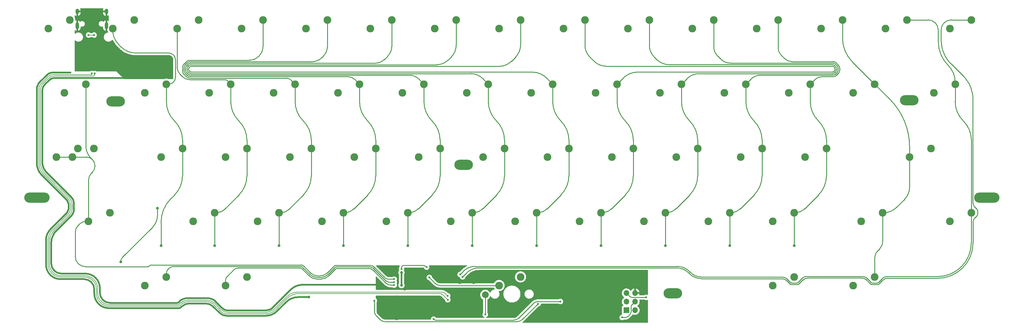
<source format=gtl>
G04 #@! TF.GenerationSoftware,KiCad,Pcbnew,(5.99.0-11336-g5116fa6d12)*
G04 #@! TF.CreationDate,2021-07-31T15:39:07+02:00*
G04 #@! TF.ProjectId,plain60-flex-mkd-hhkb,706c6169-6e36-4302-9d66-6c65782d6d6b,rev?*
G04 #@! TF.SameCoordinates,Original*
G04 #@! TF.FileFunction,Copper,L1,Top*
G04 #@! TF.FilePolarity,Positive*
%FSLAX46Y46*%
G04 Gerber Fmt 4.6, Leading zero omitted, Abs format (unit mm)*
G04 Created by KiCad (PCBNEW (5.99.0-11336-g5116fa6d12)) date 2021-07-31 15:39:07*
%MOMM*%
%LPD*%
G01*
G04 APERTURE LIST*
G04 #@! TA.AperFunction,ComponentPad*
%ADD10C,2.286000*%
G04 #@! TD*
G04 #@! TA.AperFunction,ComponentPad*
%ADD11O,7.500000X3.000000*%
G04 #@! TD*
G04 #@! TA.AperFunction,ComponentPad*
%ADD12O,5.500000X3.000000*%
G04 #@! TD*
G04 #@! TA.AperFunction,ComponentPad*
%ADD13C,2.000000*%
G04 #@! TD*
G04 #@! TA.AperFunction,ComponentPad*
%ADD14O,1.000000X2.100000*%
G04 #@! TD*
G04 #@! TA.AperFunction,ComponentPad*
%ADD15O,1.000000X1.600000*%
G04 #@! TD*
G04 #@! TA.AperFunction,ComponentPad*
%ADD16R,1.700000X1.700000*%
G04 #@! TD*
G04 #@! TA.AperFunction,ComponentPad*
%ADD17O,1.700000X1.700000*%
G04 #@! TD*
G04 #@! TA.AperFunction,ViaPad*
%ADD18C,0.800000*%
G04 #@! TD*
G04 #@! TA.AperFunction,ViaPad*
%ADD19C,0.600000*%
G04 #@! TD*
G04 #@! TA.AperFunction,Conductor*
%ADD20C,0.250000*%
G04 #@! TD*
G04 #@! TA.AperFunction,Conductor*
%ADD21C,0.500000*%
G04 #@! TD*
G04 #@! TA.AperFunction,Conductor*
%ADD22C,0.200000*%
G04 #@! TD*
G04 APERTURE END LIST*
D10*
X78740000Y-23495000D03*
X72390000Y-26035000D03*
X97790000Y-23495000D03*
X91440000Y-26035000D03*
X154940000Y-23495000D03*
X148590000Y-26035000D03*
X173990000Y-23495000D03*
X167640000Y-26035000D03*
X135890000Y-23495000D03*
X129540000Y-26035000D03*
X116840000Y-23495000D03*
X110490000Y-26035000D03*
X16827500Y-23495000D03*
X10477500Y-26035000D03*
X145415000Y-4445000D03*
X139065000Y-6985000D03*
X183515000Y-4445000D03*
X177165000Y-6985000D03*
X88265000Y-4445000D03*
X81915000Y-6985000D03*
X240665000Y-4445000D03*
X234315000Y-6985000D03*
X221615000Y-4445000D03*
X215265000Y-6985000D03*
X202565000Y-4445000D03*
X196215000Y-6985000D03*
X164465000Y-4445000D03*
X158115000Y-6985000D03*
X126365000Y-4445000D03*
X120015000Y-6985000D03*
X107315000Y-4445000D03*
X100965000Y-6985000D03*
X69215000Y-4445000D03*
X62865000Y-6985000D03*
X31115000Y-4445000D03*
X24765000Y-6985000D03*
X12065000Y-4445000D03*
X5715000Y-6985000D03*
X40640000Y-80645000D03*
X34290000Y-83185000D03*
X150177500Y-61595000D03*
X143827500Y-64135000D03*
X226377500Y-61595000D03*
X220027500Y-64135000D03*
X169227500Y-61595000D03*
X162877500Y-64135000D03*
X131127500Y-61595000D03*
X124777500Y-64135000D03*
X188277500Y-61595000D03*
X181927500Y-64135000D03*
X250190000Y-23495000D03*
X243840000Y-26035000D03*
X54927500Y-61595000D03*
X48577500Y-64135000D03*
X193040000Y-23495000D03*
X186690000Y-26035000D03*
X121602500Y-42545000D03*
X115252500Y-45085000D03*
X64452500Y-42545000D03*
X58102500Y-45085000D03*
X266858700Y-42545000D03*
X260508700Y-45085000D03*
X278765000Y-61595000D03*
X272415000Y-64135000D03*
X178752500Y-42545000D03*
X172402500Y-45085000D03*
X274002487Y-23495061D03*
X267652487Y-26035061D03*
X231140000Y-23495000D03*
X224790000Y-26035000D03*
X64452500Y-80645000D03*
X58102500Y-83185000D03*
X83502500Y-42545000D03*
X77152500Y-45085000D03*
X159702500Y-42545000D03*
X153352500Y-45085000D03*
X102552500Y-42545000D03*
X96202500Y-45085000D03*
X45402500Y-42545000D03*
X39052500Y-45085000D03*
X197802500Y-42545000D03*
X191452500Y-45085000D03*
X23971250Y-61595000D03*
X17621250Y-64135000D03*
X235902500Y-42545000D03*
X229552500Y-45085000D03*
X216852500Y-42545000D03*
X210502500Y-45085000D03*
X212090000Y-23495000D03*
X205740000Y-26035000D03*
X140652500Y-42545000D03*
X134302500Y-45085000D03*
X19208750Y-42545000D03*
X12858750Y-45085000D03*
X112077500Y-61595000D03*
X105727500Y-64135000D03*
X250190000Y-80645000D03*
X243840000Y-83185000D03*
X73977500Y-61595000D03*
X67627500Y-64135000D03*
X226377500Y-80645000D03*
X220027500Y-83185000D03*
D11*
X283368988Y-57125000D03*
X2381252Y-57125000D03*
D10*
X40640000Y-23495000D03*
X34290000Y-26035000D03*
D12*
X190500160Y-85525000D03*
D10*
X93027500Y-61595000D03*
X86677500Y-64135000D03*
X14446277Y-42544925D03*
X8096277Y-45084925D03*
D12*
X260425000Y-28227050D03*
D10*
X259714977Y-4445061D03*
X253364977Y-6985061D03*
X252571287Y-61595061D03*
X246221287Y-64135061D03*
X278765087Y-4444961D03*
X272415087Y-6984961D03*
X207327500Y-61595000D03*
X200977500Y-64135000D03*
D12*
X128587608Y-47425040D03*
D10*
X59690000Y-23495000D03*
X53340000Y-26035000D03*
D12*
X25600000Y-28576024D03*
D10*
X145415000Y-80645000D03*
X139065000Y-83185000D03*
X50165000Y-4445000D03*
X43815000Y-6985000D03*
D13*
X134979287Y-85950061D03*
D14*
X22888000Y-6160000D03*
D15*
X22888000Y-1980000D03*
X14248000Y-1980000D03*
D14*
X14248000Y-6160000D03*
D16*
X176729287Y-90510061D03*
D17*
X179269287Y-90510061D03*
X176729287Y-87970061D03*
X179269287Y-87970061D03*
X176729287Y-85430061D03*
X179269287Y-85430061D03*
D18*
X37601287Y-20606061D03*
X126829287Y-89410061D03*
D19*
X24212462Y-14196886D03*
D18*
X170211075Y-83371849D03*
X105139287Y-78700061D03*
D19*
X21793000Y-9586348D03*
D18*
X108839287Y-86550061D03*
X122539287Y-78134640D03*
X131509287Y-82330061D03*
X114989287Y-78700061D03*
D19*
X19050016Y-10199332D03*
D18*
X108799287Y-93090061D03*
X127379287Y-82345606D03*
X174478035Y-91371313D03*
X117649287Y-89320061D03*
X111159469Y-84280243D03*
D19*
X15478138Y-15478912D03*
D18*
X110200000Y-83090774D03*
X82739287Y-86630061D03*
D19*
X12279287Y-20025061D03*
D18*
X110200000Y-79360061D03*
X37999287Y-60310061D03*
X27109287Y-76200061D03*
D19*
X150614189Y-88600061D03*
X102169287Y-87680061D03*
X108029287Y-81300061D03*
D18*
X39052500Y-71390061D03*
D19*
X108037345Y-82192003D03*
D18*
X54927500Y-71390061D03*
D19*
X108045403Y-83083945D03*
D18*
X73979287Y-71390061D03*
X93029287Y-71390061D03*
X112079287Y-71390061D03*
D19*
X118418934Y-80790061D03*
D18*
X131129287Y-71390061D03*
X150179287Y-71390061D03*
X169229287Y-71390061D03*
X188279287Y-71390061D03*
X207329287Y-71390061D03*
X226377500Y-71390061D03*
D19*
X127552091Y-79910061D03*
X128279287Y-80640061D03*
X19264287Y-8945061D03*
X17612287Y-8945061D03*
X182569287Y-86700061D03*
X117621675Y-77730061D03*
X110200000Y-78274573D03*
X175479287Y-92650061D03*
X134979287Y-91810061D03*
X123908425Y-87410923D03*
X18625016Y-20350061D03*
X123858934Y-86230061D03*
X19475016Y-20350061D03*
X119715287Y-93160061D03*
X157211075Y-87938273D03*
D20*
X268782287Y-81058061D02*
G75*
G03*
X279282287Y-70558061I-1J10500001D01*
G01*
X272828807Y-4444961D02*
X278765087Y-4444961D01*
X269828807Y-10397445D02*
X269828807Y-7444961D01*
X269831663Y-10724718D02*
X269828807Y-10397445D01*
X269874472Y-11377861D02*
X269831663Y-10724718D01*
X269959907Y-12026807D02*
X269874472Y-11377861D01*
X270087603Y-12668775D02*
X269959907Y-12026807D01*
X270257012Y-13301017D02*
X270087603Y-12668775D01*
X270467408Y-13920826D02*
X270257012Y-13301017D01*
X271007390Y-15112591D02*
X270717892Y-14525547D01*
X271334662Y-15679444D02*
X271007390Y-15112591D01*
X271698308Y-16223678D02*
X271334662Y-15679444D01*
X272096770Y-16742964D02*
X271698308Y-16223678D01*
X276310355Y-21021129D02*
X272757739Y-17468513D01*
X276539753Y-21254565D02*
X276310355Y-21021129D01*
X276971324Y-21746678D02*
X276539753Y-21254565D01*
X277369786Y-22265964D02*
X276971324Y-21746678D01*
X277733432Y-22810198D02*
X277369786Y-22265964D01*
X278060705Y-23377051D02*
X277733432Y-22810198D01*
X278350203Y-23964095D02*
X278060705Y-23377051D01*
X278600686Y-24568816D02*
X278350203Y-23964095D01*
X278811083Y-25188624D02*
X278600686Y-24568816D01*
X278980492Y-25820867D02*
X278811083Y-25188624D01*
X279108187Y-26462835D02*
X278980492Y-25820867D01*
X272757739Y-17468513D02*
X272528341Y-17235077D01*
X279193622Y-27111781D02*
X279108187Y-26462835D01*
X279236432Y-27764924D02*
X279193622Y-27111781D01*
X279239287Y-58531634D02*
X279239287Y-28092197D01*
X279241075Y-58662604D02*
X279239287Y-58531634D01*
X279343060Y-59175317D02*
X279275265Y-58922303D01*
X279443300Y-59417317D02*
X279343060Y-59175317D01*
X279574269Y-59644164D02*
X279443300Y-59417317D01*
X279733728Y-59851974D02*
X279574269Y-59644164D01*
X272528341Y-17235077D02*
X272096770Y-16742964D01*
X279825074Y-59945848D02*
X279733728Y-59851974D01*
X280316394Y-60437168D02*
X279825074Y-59945848D01*
X279239287Y-28092197D02*
X279236432Y-27764924D01*
X280384230Y-60508296D02*
X280316394Y-60437168D01*
X280493413Y-60671700D02*
X280384230Y-60508296D01*
X280568619Y-60853265D02*
X280493413Y-60671700D01*
X280606959Y-61046013D02*
X280568619Y-60853265D01*
X280609287Y-61144275D02*
X280606959Y-61046013D01*
X280609287Y-61905847D02*
X280609287Y-61144275D01*
X280606960Y-62004109D02*
X280609287Y-61905847D01*
X280568620Y-62196857D02*
X280606960Y-62004109D01*
X280384230Y-62541827D02*
X280493413Y-62378422D01*
X280316394Y-62612954D02*
X280384230Y-62541827D01*
X279868074Y-63061274D02*
X280316394Y-62612954D01*
X251317648Y-82804186D02*
X251481052Y-82695004D01*
X251136083Y-82879393D02*
X251317648Y-82804186D01*
X250943335Y-82917733D02*
X251136083Y-82879393D01*
X251552180Y-82627168D02*
X252535501Y-81643847D01*
X250845073Y-82920061D02*
X250943335Y-82917733D01*
X249548501Y-82920061D02*
X250845073Y-82920061D01*
X279282287Y-70558061D02*
X279282287Y-64475488D01*
X249257490Y-82879394D02*
X249450239Y-82917734D01*
X280493413Y-62378422D02*
X280568620Y-62196857D01*
X249075925Y-82804188D02*
X249257490Y-82879394D01*
X248912521Y-82695004D02*
X249075925Y-82804188D01*
X247656199Y-81444502D02*
X247750073Y-81535847D01*
X279275265Y-58922303D02*
X279241075Y-58662604D01*
X246979542Y-81053834D02*
X247221542Y-81154074D01*
X246726528Y-80986039D02*
X246979542Y-81053834D01*
X246335860Y-80950061D02*
X246466830Y-80951850D01*
X230357714Y-80950061D02*
X246335860Y-80950061D01*
X249450239Y-82917734D02*
X249548501Y-82920061D01*
X230226744Y-80951849D02*
X230357714Y-80950061D01*
X229714031Y-81053834D02*
X229967045Y-80986039D01*
X247448388Y-81285044D02*
X247656199Y-81444502D01*
X229245184Y-81285043D02*
X229472031Y-81154074D01*
X229967045Y-80986039D02*
X230226744Y-80951849D01*
X229037374Y-81444502D02*
X229245184Y-81285043D01*
X228943500Y-81535848D02*
X229037374Y-81444502D01*
X227831052Y-82645004D02*
X227902180Y-82577168D01*
X248841394Y-82627168D02*
X248912521Y-82695004D01*
X227667648Y-82754186D02*
X227831052Y-82645004D01*
X227486083Y-82829393D02*
X227667648Y-82754186D01*
X227293335Y-82867733D02*
X227486083Y-82829393D01*
X227195073Y-82870061D02*
X227293335Y-82867733D01*
X225637783Y-82870061D02*
X227195073Y-82870061D01*
X251481052Y-82695004D02*
X251552180Y-82627168D01*
X225539521Y-82867734D02*
X225637783Y-82870061D01*
X225165208Y-82754187D02*
X225346773Y-82829394D01*
X225001803Y-82645004D02*
X225165208Y-82754187D01*
X224930676Y-82577168D02*
X225001803Y-82645004D01*
X224089355Y-81735847D02*
X224930676Y-82577168D01*
X223995481Y-81644502D02*
X224089355Y-81735847D01*
X223787670Y-81485044D02*
X223995481Y-81644502D01*
X229472031Y-81154074D02*
X229714031Y-81053834D01*
X223560824Y-81354074D02*
X223787670Y-81485044D01*
X227902180Y-82577168D02*
X228943500Y-81535848D01*
X223318824Y-81253834D02*
X223560824Y-81354074D01*
X223065810Y-81186039D02*
X223318824Y-81253834D01*
X247750073Y-81535847D02*
X248841394Y-82627168D01*
X222806112Y-81151850D02*
X223065810Y-81186039D01*
X222675142Y-81150061D02*
X222806112Y-81151850D01*
X195143273Y-79434047D02*
X195394821Y-79685595D01*
X253949714Y-81058061D02*
X268782287Y-81058061D01*
X133020835Y-77969581D02*
X191607739Y-77969581D01*
X128279287Y-80640061D02*
X129485301Y-79434047D01*
X247221542Y-81154074D02*
X247448388Y-81285044D01*
X272828807Y-4444961D02*
G75*
G03*
X269828807Y-7444961I1J-3000001D01*
G01*
X253949714Y-81058062D02*
G75*
G03*
X252535502Y-81643848I0J-1999999D01*
G01*
X246466830Y-80951850D02*
X246726528Y-80986039D01*
X195143273Y-79434047D02*
G75*
G03*
X191607739Y-77969581I-3535533J-3535532D01*
G01*
X198930355Y-81150061D02*
X222675142Y-81150061D01*
X198930355Y-81150061D02*
G75*
G02*
X195394821Y-79685595I-1J4999998D01*
G01*
X270717892Y-14525547D02*
X270467408Y-13920826D01*
X279868074Y-63061274D02*
G75*
G03*
X279282287Y-64475488I1414213J-1414214D01*
G01*
X225346773Y-82829394D02*
X225539521Y-82867734D01*
X133020835Y-77969581D02*
G75*
G03*
X129485301Y-79434047I-1J-4999998D01*
G01*
D21*
X19313287Y-85600091D02*
G75*
G03*
X23613287Y-89900091I4300001J1D01*
G01*
D22*
X19929767Y-85549591D02*
G75*
G03*
X23729767Y-89349591I3799999J-1D01*
G01*
X23829287Y-88900071D02*
G75*
G02*
X20329287Y-85400071I-1J3499999D01*
G01*
D21*
X20964287Y-85350061D02*
G75*
G03*
X23964287Y-88350061I3000001J1D01*
G01*
X20964287Y-83961061D02*
G75*
G03*
X16664287Y-79661061I-4300001J-1D01*
G01*
D22*
X20329287Y-84096061D02*
G75*
G03*
X16529287Y-80296061I-3799999J1D01*
G01*
X16429767Y-80695581D02*
G75*
G02*
X19929767Y-84195581I1J-3499999D01*
G01*
D21*
X16313287Y-81312061D02*
G75*
G02*
X19313287Y-84312061I-1J-3000001D01*
G01*
X9330728Y-81312061D02*
G75*
G02*
X5030728Y-77012061I1J4300001D01*
G01*
X19313287Y-85600091D02*
X19313287Y-84312061D01*
X45223168Y-89404300D02*
X45020270Y-89607198D01*
X52330206Y-88525621D02*
X47344488Y-88525621D01*
X56343618Y-91296392D02*
X54451527Y-89404301D01*
X69933203Y-92175071D02*
X58464938Y-92175071D01*
X44313163Y-89900091D02*
X23613287Y-89900091D01*
X44313163Y-89900090D02*
G75*
G03*
X45020269Y-89607197I1J999998D01*
G01*
X82739287Y-86630061D02*
X79620349Y-86630061D01*
X45223168Y-89404300D02*
G75*
G02*
X47344488Y-88525621I2121319J-2121319D01*
G01*
X16313287Y-81312061D02*
X9330728Y-81312061D01*
X52330206Y-88525621D02*
G75*
G02*
X54451527Y-89404301I-2J-3000005D01*
G01*
X56343618Y-91296392D02*
G75*
G03*
X58464938Y-92175071I2121319J2121319D01*
G01*
X76084815Y-88094527D02*
X73468737Y-90710605D01*
X69933203Y-92175071D02*
G75*
G03*
X73468737Y-90710605I1J4999998D01*
G01*
X76084815Y-88094527D02*
G75*
G02*
X79620349Y-86630061I3535533J-3535532D01*
G01*
X7300897Y-20025061D02*
X12279287Y-20025061D01*
X7132537Y-20027130D02*
X7300897Y-20025061D01*
X6797933Y-20064831D02*
X7132537Y-20027130D01*
X6151830Y-20250969D02*
X6469655Y-20139758D01*
X5563346Y-20576213D02*
X5848456Y-20397067D01*
X5179576Y-20903741D02*
X5300088Y-20786155D01*
X3207956Y-22875361D02*
X5179576Y-20903741D01*
X3090371Y-22995873D02*
X3207956Y-22875361D01*
X2880429Y-23259131D02*
X3090371Y-22995873D01*
X2701283Y-23544241D02*
X2880429Y-23259131D01*
X2555186Y-23847615D02*
X2701283Y-23544241D01*
X2443974Y-24165440D02*
X2555186Y-23847615D01*
X2369047Y-24493718D02*
X2443974Y-24165440D01*
X2329277Y-24996681D02*
X2331346Y-24828321D01*
X2329277Y-46938976D02*
X2329277Y-24996681D01*
X2369503Y-47591943D02*
X2331466Y-47157185D01*
X2445286Y-48021731D02*
X2369503Y-47591943D01*
X2558239Y-48443278D02*
X2445286Y-48021731D01*
X3110150Y-49626856D02*
X2891941Y-49248907D01*
X3640994Y-50318665D02*
X3360470Y-49984349D01*
X3793743Y-50474510D02*
X3640994Y-50318665D01*
X6469655Y-20139758D02*
X6797933Y-20064831D01*
X10870608Y-57551375D02*
X3793743Y-50474510D01*
X11377281Y-58220255D02*
X11198135Y-57935145D01*
X11523378Y-58523629D02*
X11377281Y-58220255D01*
X11709517Y-59169732D02*
X11634590Y-58841454D01*
X11747218Y-59504335D02*
X11709517Y-59169732D01*
X5848456Y-20397067D02*
X6151830Y-20250969D01*
X11749287Y-59672695D02*
X11747218Y-59504335D01*
X11634499Y-60708636D02*
X11709424Y-60380368D01*
X2891941Y-49248907D02*
X2707503Y-48853378D01*
X11523291Y-61026450D02*
X11634499Y-60708636D01*
X2707503Y-48853378D02*
X2558239Y-48443278D01*
X11377198Y-61329815D02*
X11523291Y-61026450D01*
X11198135Y-57935145D02*
X10988193Y-57671887D01*
X11198057Y-61614916D02*
X11377198Y-61329815D01*
X10988122Y-61878166D02*
X11198057Y-61614916D01*
X11747124Y-60045775D02*
X11749287Y-59877420D01*
X10870607Y-61998741D02*
X10988122Y-61878166D01*
X6495194Y-66374154D02*
X10870607Y-61998741D01*
X6342445Y-66529999D02*
X6495194Y-66374154D01*
X10988193Y-57671887D02*
X10870608Y-57551375D01*
X6061921Y-66864315D02*
X6342445Y-66529999D01*
X11634590Y-58841454D02*
X11523378Y-58523629D01*
X5811601Y-67221808D02*
X6061921Y-66864315D01*
X11709424Y-60380368D02*
X11747124Y-60045775D01*
X5259690Y-68405386D02*
X5408954Y-67995286D01*
X11749287Y-59877420D02*
X11749287Y-59672695D01*
X5146737Y-68826933D02*
X5259690Y-68405386D01*
X5408954Y-67995286D02*
X5593392Y-67599757D01*
X3360470Y-49984349D02*
X3110150Y-49626856D01*
X5032917Y-69691479D02*
X5070954Y-69256721D01*
X5070954Y-69256721D02*
X5146737Y-68826933D01*
X2331346Y-24828321D02*
X2369047Y-24493718D01*
X5593392Y-67599757D02*
X5811601Y-67221808D01*
X5030728Y-69909688D02*
X5032917Y-69691479D01*
X5300088Y-20786155D02*
X5563346Y-20576213D01*
X5030728Y-77012061D02*
X5030728Y-69909688D01*
X2331466Y-47157185D02*
X2329277Y-46938976D01*
D22*
X5620546Y-76895581D02*
G75*
G03*
X9420546Y-80695581I3799999J-1D01*
G01*
X9529768Y-80296061D02*
G75*
G02*
X6029768Y-76796061I-1J3499999D01*
G01*
X44184820Y-89347598D02*
X44086525Y-89349591D01*
X44377633Y-89309245D02*
X44184820Y-89347598D01*
X44559259Y-89234013D02*
X44377633Y-89309245D01*
X44995549Y-88854781D02*
X44793632Y-89056698D01*
X45116202Y-88737354D02*
X44995549Y-88854781D01*
X45664532Y-88348294D02*
X45379442Y-88527427D01*
X44086525Y-89349591D02*
X23729767Y-89349591D01*
X45967885Y-88202206D02*
X45664532Y-88348294D01*
X46285687Y-88091002D02*
X45967885Y-88202206D01*
X46613942Y-88016080D02*
X46285687Y-88091002D01*
X47116870Y-87976101D02*
X46948522Y-87978382D01*
X52726178Y-87978293D02*
X52557825Y-87976102D01*
X53060768Y-88015993D02*
X52726178Y-87978293D01*
X53389032Y-88090917D02*
X53060768Y-88015993D01*
X53706844Y-88202124D02*
X53389032Y-88090917D01*
X54679145Y-88854781D02*
X54558552Y-88737287D01*
X56570755Y-90746391D02*
X54679145Y-88854781D01*
X56691348Y-90863885D02*
X56570755Y-90746391D01*
X56954596Y-91073819D02*
X56691348Y-90863885D01*
X57543056Y-91399049D02*
X57239694Y-91252958D01*
X54558552Y-88737287D02*
X54295304Y-88527354D01*
X58189133Y-91585181D02*
X57860868Y-91510256D01*
X45379442Y-88527427D02*
X45116202Y-88737354D01*
X58523723Y-91622880D02*
X58189133Y-91585181D01*
X69924271Y-91622808D02*
X69706065Y-91625071D01*
X70359022Y-91584773D02*
X69924271Y-91622808D01*
X46948522Y-87978382D02*
X46613942Y-88016080D01*
X72015962Y-91062342D02*
X71620438Y-91246777D01*
X72393906Y-90844136D02*
X72015962Y-91062342D01*
X70788804Y-91508990D02*
X70359022Y-91584773D01*
X72751393Y-90593820D02*
X72393906Y-90844136D01*
X73085704Y-90313300D02*
X72751393Y-90593820D01*
X76351894Y-87050310D02*
X73241599Y-90160605D01*
X57239694Y-91252958D02*
X56954596Y-91073819D01*
X76507788Y-86897614D02*
X76351894Y-87050310D01*
X54295304Y-88527354D02*
X54010206Y-88348215D01*
X76842099Y-86617094D02*
X76507788Y-86897614D01*
X54010206Y-88348215D02*
X53706844Y-88202124D01*
X77199587Y-86366778D02*
X76842099Y-86617094D01*
X77577530Y-86148572D02*
X77199587Y-86366778D01*
X71620438Y-91246777D02*
X71210345Y-91396039D01*
X77973054Y-85964136D02*
X77577530Y-86148572D01*
X44722717Y-89124794D02*
X44559259Y-89234013D01*
X78383147Y-85814875D02*
X77973054Y-85964136D01*
X78804689Y-85701923D02*
X78383147Y-85814875D01*
X69706065Y-91625071D02*
X58692076Y-91625071D01*
X79234471Y-85626141D02*
X78804689Y-85701923D01*
X73241599Y-90160605D02*
X73085704Y-90313300D01*
X79669222Y-85588105D02*
X79234471Y-85626141D01*
X58692076Y-91625071D02*
X58523723Y-91622880D01*
X79887428Y-85585844D02*
X79669222Y-85588105D01*
X121254919Y-85585844D02*
X79887428Y-85585844D01*
X57860868Y-91510256D02*
X57543056Y-91399049D01*
X121645539Y-85622065D02*
X121385872Y-85587879D01*
X52557825Y-87976102D02*
X47116870Y-87976101D01*
X121385872Y-85587879D02*
X121254919Y-85585844D01*
X44793632Y-89056698D02*
X44722717Y-89124794D01*
X121898522Y-85689851D02*
X121645539Y-85622065D01*
X71210345Y-91396039D02*
X70788804Y-91508990D01*
X122669132Y-86171630D02*
X122575095Y-86080471D01*
X122575095Y-86080471D02*
X122367310Y-85921032D01*
X123908425Y-87410923D02*
X122669132Y-86171630D01*
X122367310Y-85921032D02*
X122140492Y-85790079D01*
X122140492Y-85790079D02*
X121898522Y-85689851D01*
X18625016Y-20563664D02*
X18625016Y-20350061D01*
X18593752Y-20594141D02*
X18622198Y-20566482D01*
X18520448Y-20624505D02*
X18593752Y-20594141D01*
X18480776Y-20625061D02*
X18520448Y-20624505D01*
X7478728Y-20625061D02*
X18480776Y-20625061D01*
X7310375Y-20627252D02*
X7478728Y-20625061D01*
X6975785Y-20664952D02*
X7310375Y-20627252D01*
X6647521Y-20739876D02*
X6975785Y-20664952D01*
X6329709Y-20851083D02*
X6647521Y-20739876D01*
X6026347Y-20997174D02*
X6329709Y-20851083D01*
X5741249Y-21176313D02*
X6026347Y-20997174D01*
X5478001Y-21386246D02*
X5741249Y-21176313D01*
X3782967Y-23078181D02*
X5357408Y-21503740D01*
X3665473Y-23198774D02*
X3782967Y-23078181D01*
X3455539Y-23462022D02*
X3665473Y-23198774D01*
X3276400Y-23747120D02*
X3455539Y-23462022D01*
X3130309Y-24050482D02*
X3276400Y-23747120D01*
X2944177Y-24696559D02*
X3019102Y-24368294D01*
X2904287Y-25199502D02*
X2906478Y-25031149D01*
X2904287Y-46736848D02*
X2904287Y-25199502D01*
X2906550Y-46955054D02*
X2904287Y-46736848D01*
X2944585Y-47389805D02*
X2906550Y-46955054D01*
X3020368Y-47819587D02*
X2944585Y-47389805D01*
X3133319Y-48241128D02*
X3020368Y-47819587D01*
X3467016Y-49046745D02*
X3282581Y-48651221D01*
X3685222Y-49424689D02*
X3467016Y-49046745D01*
X3935538Y-49782176D02*
X3685222Y-49424689D01*
X4368753Y-50272382D02*
X4216058Y-50116487D01*
X18622198Y-20566482D02*
X18625016Y-20563664D01*
X11420127Y-57323756D02*
X4368753Y-50272382D01*
X11537554Y-57444409D02*
X11420127Y-57323756D01*
X11926614Y-57992739D02*
X11747481Y-57707649D01*
X12072702Y-58296092D02*
X11926614Y-57992739D01*
X12183906Y-58613894D02*
X12072702Y-58296092D01*
X12296526Y-59276729D02*
X12258828Y-58942149D01*
X12298807Y-59445077D02*
X12296526Y-59276729D01*
X12298807Y-60105041D02*
X12298807Y-59445077D01*
X12296526Y-60273389D02*
X12298807Y-60105041D01*
X12258828Y-60607968D02*
X12296526Y-60273389D01*
X12183905Y-60936223D02*
X12258828Y-60607968D01*
X12072701Y-61254025D02*
X12183905Y-60936223D01*
X11926614Y-61557377D02*
X12072701Y-61254025D01*
X11747481Y-61842466D02*
X11926614Y-61557377D01*
X11537554Y-62105706D02*
X11747481Y-61842466D01*
X11420127Y-62226359D02*
X11537554Y-62105706D01*
X7044714Y-66601772D02*
X11420127Y-62226359D01*
X6892019Y-66757667D02*
X7044714Y-66601772D01*
X6611499Y-67091978D02*
X6892019Y-66757667D01*
X6361183Y-67449465D02*
X6611499Y-67091978D01*
X5958542Y-68222933D02*
X6142977Y-67827409D01*
X5809280Y-68633026D02*
X5958542Y-68222933D01*
X3019102Y-24368294D02*
X3130309Y-24050482D01*
X5696329Y-69054567D02*
X5809280Y-68633026D01*
X5620546Y-69484349D02*
X5696329Y-69054567D01*
X5620546Y-76895581D02*
X5620546Y-69484349D01*
X16429767Y-80695581D02*
X9420546Y-80695581D01*
X19929767Y-85549591D02*
X19929767Y-84195581D01*
X3282581Y-48651221D02*
X3133319Y-48241128D01*
X11747481Y-57707649D02*
X11537554Y-57444409D01*
X5357408Y-21503740D02*
X5478001Y-21386246D01*
X12258828Y-58942149D02*
X12183906Y-58613894D01*
X2906478Y-25031149D02*
X2944177Y-24696559D01*
X6142977Y-67827409D02*
X6361183Y-67449465D01*
X4216058Y-50116487D02*
X3935538Y-49782176D01*
X16529287Y-80296061D02*
X9529768Y-80296061D01*
X20329287Y-85400071D02*
X20329287Y-84096061D01*
X43900327Y-88900071D02*
X23829287Y-88900071D01*
X44809351Y-88405261D02*
X44607434Y-88607178D01*
X52744022Y-87526582D02*
X46930672Y-87526581D01*
X69520357Y-91175061D02*
X58877783Y-91175061D01*
X69738563Y-91172798D02*
X69520357Y-91175061D01*
X71024637Y-90946029D02*
X70603096Y-91058980D01*
X72208198Y-90394126D02*
X71830254Y-90612332D01*
X72899996Y-89863290D02*
X72565685Y-90143810D01*
X73055891Y-89710595D02*
X72899996Y-89863290D01*
X76165697Y-86600790D02*
X73055891Y-89710595D01*
X76321591Y-86448094D02*
X76165697Y-86600790D01*
X76655902Y-86167574D02*
X76321591Y-86448094D01*
X77013390Y-85917259D02*
X76655902Y-86167574D01*
X77391333Y-85699053D02*
X77013390Y-85917259D01*
X77786857Y-85514617D02*
X77391333Y-85699053D01*
X78618491Y-85252404D02*
X78196950Y-85365356D01*
X79048273Y-85176621D02*
X78618491Y-85252404D01*
X79483024Y-85138585D02*
X79048273Y-85176621D01*
X79701230Y-85136324D02*
X79483024Y-85138585D01*
X121936770Y-85136324D02*
X79701230Y-85136324D01*
X122067730Y-85138261D02*
X121936770Y-85136324D01*
X122327409Y-85172449D02*
X122067730Y-85138261D01*
X122822387Y-85340471D02*
X122580405Y-85240239D01*
X70173314Y-91134763D02*
X69738563Y-91172798D01*
X123257012Y-85630878D02*
X123049216Y-85471431D01*
X71434730Y-90796767D02*
X71024637Y-90946029D01*
X43900327Y-88900070D02*
G75*
G03*
X44607433Y-88607177I1J999998D01*
G01*
X123858934Y-86230061D02*
X123350984Y-85722111D01*
X72565685Y-90143810D02*
X72208198Y-90394126D01*
X123049216Y-85471431D02*
X122822387Y-85340471D01*
X44809351Y-88405261D02*
G75*
G02*
X46930672Y-87526581I2121323J-2121325D01*
G01*
X78196950Y-85365356D02*
X77786857Y-85514617D01*
X52744022Y-87526582D02*
G75*
G02*
X54865342Y-88405261I1J-2999998D01*
G01*
X71830254Y-90612332D02*
X71434730Y-90796767D01*
X56756463Y-90296382D02*
G75*
G03*
X58877783Y-91175061I2121319J2121319D01*
G01*
X122580405Y-85240239D02*
X122327409Y-85172449D01*
X70603096Y-91058980D02*
X70173314Y-91134763D01*
X123350984Y-85722111D02*
X123257012Y-85630878D01*
X56756463Y-90296382D02*
X54865342Y-88405261D01*
X19475016Y-20684192D02*
X19475016Y-20461338D01*
X19328569Y-20880779D02*
X19373930Y-20833323D01*
X19233136Y-20973791D02*
X19280733Y-20928615D01*
X7496775Y-21077252D02*
X7665128Y-21075061D01*
X6833920Y-21189876D02*
X7162185Y-21114951D01*
X6516108Y-21301083D02*
X6833920Y-21189876D01*
X4232966Y-23264582D02*
X5543807Y-21953741D01*
X4115472Y-23385175D02*
X4232966Y-23264582D01*
X3726400Y-23933521D02*
X3905539Y-23648423D01*
X3580309Y-24236883D02*
X3726400Y-23933521D01*
X3469102Y-24554695D02*
X3580309Y-24236883D01*
X19119512Y-21039392D02*
X19233136Y-20973791D01*
X3394178Y-24882959D02*
X3469102Y-24554695D01*
X6212746Y-21447174D02*
X6516108Y-21301083D01*
X3354287Y-46551130D02*
X3354287Y-25385902D01*
X7665128Y-21075061D02*
X18927180Y-21075061D01*
X3394585Y-47204087D02*
X3356550Y-46769336D01*
X18927180Y-21075061D02*
X18992781Y-21073349D01*
X3583319Y-48055410D02*
X3470368Y-47633869D01*
X3732581Y-48465503D02*
X3583319Y-48055410D01*
X3917016Y-48861027D02*
X3732581Y-48465503D01*
X4135222Y-49238971D02*
X3917016Y-48861027D01*
X5927648Y-21626313D02*
X6212746Y-21447174D01*
X19373930Y-20833323D02*
X19439562Y-20719646D01*
X4385538Y-49596458D02*
X4135222Y-49238971D01*
X4818753Y-50086664D02*
X4666058Y-49930769D01*
X5664400Y-21836247D02*
X5927648Y-21626313D01*
X11869647Y-57137559D02*
X4818753Y-50086664D01*
X12197001Y-57521452D02*
X11987074Y-57258212D01*
X3470368Y-47633869D02*
X3394585Y-47204087D01*
X12376134Y-57806542D02*
X12197001Y-57521452D01*
X7162185Y-21114951D02*
X7496775Y-21077252D01*
X12522222Y-58109895D02*
X12376134Y-57806542D01*
X12708348Y-58755952D02*
X12633426Y-58427697D01*
X12748327Y-59258880D02*
X12746046Y-59090532D01*
X4666058Y-49930769D02*
X4385538Y-49596458D01*
X12748327Y-60291238D02*
X12748327Y-59258880D01*
X12746046Y-60459586D02*
X12748327Y-60291238D01*
X12708348Y-60794166D02*
X12746046Y-60459586D01*
X12633426Y-61122420D02*
X12708348Y-60794166D01*
X12522222Y-61440222D02*
X12633426Y-61122420D01*
X3356550Y-46769336D02*
X3354287Y-46551130D01*
X12197001Y-62028664D02*
X12376134Y-61743575D01*
X11987074Y-62291904D02*
X12197001Y-62028664D01*
X11987074Y-57258212D02*
X11869647Y-57137559D01*
X11869647Y-62412557D02*
X11987074Y-62291904D01*
X3356478Y-25217549D02*
X3394178Y-24882959D01*
X7494234Y-66787970D02*
X11869647Y-62412557D01*
X19439562Y-20719646D02*
X19475016Y-20684192D01*
X12633426Y-58427697D02*
X12522222Y-58109895D01*
X7341539Y-66943865D02*
X7494234Y-66787970D01*
X7061019Y-67278176D02*
X7341539Y-66943865D01*
X18992781Y-21073349D02*
X19119512Y-21039392D01*
X6810703Y-67635663D02*
X7061019Y-67278176D01*
X6592497Y-68013607D02*
X6810703Y-67635663D01*
X6258800Y-68819224D02*
X6408062Y-68409131D01*
X5543807Y-21953741D02*
X5664400Y-21836247D01*
X6408062Y-68409131D02*
X6592497Y-68013607D01*
X6145849Y-69240765D02*
X6258800Y-68819224D01*
X6070066Y-69670547D02*
X6145849Y-69240765D01*
X3354287Y-25385902D02*
X3356478Y-25217549D01*
X6032031Y-70105298D02*
X6070066Y-69670547D01*
X3905539Y-23648423D02*
X4115472Y-23385175D01*
X19280733Y-20928615D02*
X19328569Y-20880779D01*
X6029768Y-76796061D02*
X6029768Y-70323504D01*
X12746046Y-59090532D02*
X12708348Y-58755952D01*
X6029768Y-70323504D02*
X6032031Y-70105298D01*
X12376134Y-61743575D02*
X12522222Y-61440222D01*
D21*
X9579287Y-79661061D02*
G75*
G02*
X6579287Y-76661061I1J3000001D01*
G01*
X9579287Y-79661061D02*
X16664287Y-79661061D01*
X20964287Y-85350061D02*
X20964287Y-83961061D01*
X43771532Y-88348452D02*
X43673199Y-88350061D01*
X43964419Y-88310085D02*
X43771532Y-88348452D01*
X44146115Y-88234824D02*
X43964419Y-88310085D01*
X44702307Y-87738227D02*
X44581732Y-87855742D01*
X44965557Y-87528292D02*
X44702307Y-87738227D01*
X45554023Y-87203058D02*
X45250658Y-87349151D01*
X44380306Y-88057168D02*
X44309637Y-88125563D01*
X45871837Y-87091850D02*
X45554023Y-87203058D01*
X46534698Y-86979225D02*
X46200105Y-87016925D01*
X52971641Y-86977063D02*
X46703053Y-86977062D01*
X44581732Y-87855742D02*
X44380306Y-88057168D01*
X53140001Y-86979132D02*
X52971641Y-86977063D01*
X45250658Y-87349151D02*
X44965557Y-87528292D01*
X53474604Y-87016833D02*
X53140001Y-86979132D01*
X54120707Y-87202972D02*
X53802882Y-87091760D01*
X54424081Y-87349069D02*
X54120707Y-87202972D01*
X54709191Y-87528215D02*
X54424081Y-87349069D01*
X53802882Y-87091760D02*
X53474604Y-87016833D01*
X54972449Y-87738157D02*
X54709191Y-87528215D01*
X55092961Y-87855742D02*
X54972449Y-87738157D01*
X57367361Y-90073899D02*
X57104103Y-89863957D01*
X46200105Y-87016925D02*
X45871837Y-87091850D01*
X57652471Y-90253045D02*
X57367361Y-90073899D01*
X58273670Y-90510354D02*
X57955845Y-90399142D01*
X58936551Y-90622982D02*
X58601948Y-90585281D01*
X59104911Y-90625051D02*
X58936551Y-90622982D01*
X69711721Y-90623527D02*
X69564790Y-90625051D01*
X70101525Y-90589425D02*
X69711721Y-90623527D01*
X43673199Y-88350061D02*
X23964287Y-88350061D01*
X70484039Y-90521976D02*
X70101525Y-90589425D01*
X70859238Y-90421442D02*
X70484039Y-90521976D01*
X71224236Y-90288593D02*
X70859238Y-90421442D01*
X71576277Y-90124435D02*
X71224236Y-90288593D01*
X44309637Y-88125563D02*
X44146115Y-88234824D01*
X71904293Y-89935055D02*
X71576277Y-90124435D01*
X77374821Y-84464527D02*
X71904293Y-89935055D01*
X46703053Y-86977062D02*
X46534698Y-86979225D01*
X77530666Y-84311778D02*
X77374821Y-84464527D01*
X77864982Y-84031254D02*
X77530666Y-84311778D01*
X78222475Y-83780934D02*
X77864982Y-84031254D01*
X57955845Y-90399142D02*
X57652471Y-90253045D01*
X78600424Y-83562725D02*
X78222475Y-83780934D01*
X57104103Y-89863957D02*
X56983591Y-89746372D01*
X79406053Y-83229023D02*
X78995953Y-83378287D01*
X56983591Y-89746372D02*
X55092961Y-87855742D01*
X79827600Y-83116070D02*
X79406053Y-83229023D01*
X58601948Y-90585281D02*
X58273670Y-90510354D01*
X80257388Y-83040287D02*
X79827600Y-83116070D01*
X69564790Y-90625051D02*
X59104911Y-90625051D01*
X80692146Y-83002250D02*
X80257388Y-83040287D01*
X78995953Y-83378287D02*
X78600424Y-83562725D01*
X80910355Y-83000061D02*
X80692146Y-83002250D01*
X104359287Y-83000061D02*
X80910355Y-83000061D01*
X4301303Y-24136282D02*
X4480449Y-23851172D01*
X7724593Y-21627234D02*
X7892948Y-21625071D01*
X6581476Y-70332914D02*
X6619513Y-69898156D01*
X6808249Y-69046821D02*
X6957513Y-68636721D01*
X4043994Y-24757481D02*
X4155206Y-24439656D01*
X36397505Y-21521217D02*
X36639495Y-21420982D01*
X7390000Y-21664934D02*
X7724593Y-21627234D01*
X7360160Y-67863243D02*
X7610480Y-67505750D01*
X12746617Y-57293766D02*
X12536682Y-57030516D01*
X4710170Y-49036883D02*
X4491961Y-48658934D01*
X6579287Y-76661061D02*
X6579287Y-70551123D01*
X6579287Y-70551123D02*
X6581476Y-70332914D01*
X6619513Y-69898156D02*
X6695296Y-69468368D01*
X6695296Y-69468368D02*
X6808249Y-69046821D01*
X6957513Y-68636721D02*
X7141951Y-68241192D01*
X7141951Y-68241192D02*
X7360160Y-67863243D01*
X7610480Y-67505750D02*
X7891004Y-67171434D01*
X7891004Y-67171434D02*
X8043753Y-67015589D01*
X8043753Y-67015589D02*
X12419165Y-62640177D01*
X12419165Y-62640177D02*
X12536680Y-62519602D01*
X12536680Y-62519602D02*
X12746615Y-62256352D01*
X12746615Y-62256352D02*
X12925756Y-61971252D01*
X12925756Y-61971252D02*
X13071849Y-61667887D01*
X13071849Y-61667887D02*
X13183057Y-61350072D01*
X13183057Y-61350072D02*
X13257982Y-61021804D01*
X13257982Y-61021804D02*
X13295682Y-60687212D01*
X13295682Y-60687212D02*
X13297845Y-60518857D01*
X13297845Y-60518857D02*
X13297846Y-59031263D01*
X13297846Y-59031263D02*
X13295683Y-58862908D01*
X13295683Y-58862908D02*
X13257984Y-58528315D01*
X13257984Y-58528315D02*
X13183059Y-58200047D01*
X13183059Y-58200047D02*
X13071851Y-57882232D01*
X13071851Y-57882232D02*
X12925758Y-57578867D01*
X12925758Y-57578867D02*
X12746617Y-57293766D01*
X12536682Y-57030516D02*
X12419167Y-56909941D01*
X12419167Y-56909941D02*
X5393763Y-49884537D01*
X5393763Y-49884537D02*
X5241014Y-49728692D01*
X5241014Y-49728692D02*
X4960490Y-49394376D01*
X4960490Y-49394376D02*
X4710170Y-49036883D01*
X4491961Y-48658934D02*
X4307523Y-48263405D01*
X4307523Y-48263405D02*
X4158259Y-47853305D01*
X4158259Y-47853305D02*
X4045306Y-47431758D01*
X4045306Y-47431758D02*
X3969523Y-47001970D01*
X3969523Y-47001970D02*
X3931486Y-46567212D01*
X3931486Y-46567212D02*
X3929297Y-46349003D01*
X3929297Y-46349003D02*
X3929297Y-25588722D01*
X3929297Y-25588722D02*
X3931366Y-25420362D01*
X3931366Y-25420362D02*
X3969067Y-25085759D01*
X3969067Y-25085759D02*
X4043994Y-24757481D01*
X4155206Y-24439656D02*
X4301303Y-24136282D01*
X4480449Y-23851172D02*
X4690391Y-23587914D01*
X4690391Y-23587914D02*
X4807976Y-23467402D01*
X4807976Y-23467402D02*
X5771627Y-22503751D01*
X5771627Y-22503751D02*
X5892202Y-22386236D01*
X5892202Y-22386236D02*
X6155452Y-22176301D01*
X6155452Y-22176301D02*
X6440553Y-21997160D01*
X6440553Y-21997160D02*
X6743918Y-21851067D01*
X6743918Y-21851067D02*
X7061732Y-21739859D01*
X7061732Y-21739859D02*
X7390000Y-21664934D01*
X7892948Y-21625071D02*
X35753850Y-21625071D01*
X35753850Y-21625071D02*
X35884814Y-21623198D01*
X35884814Y-21623198D02*
X36144501Y-21589009D01*
X36144501Y-21589009D02*
X36397505Y-21521217D01*
X36639495Y-21420982D02*
X36866331Y-21290018D01*
X36866331Y-21290018D02*
X37074133Y-21130566D01*
X37074133Y-21130566D02*
X37168063Y-21039285D01*
X37168063Y-21039285D02*
X37601287Y-20606061D01*
D20*
X13669287Y-74600061D02*
G75*
G03*
X16669287Y-77600061I3000001J1D01*
G01*
X16996989Y-64135000D02*
X17621250Y-64135000D01*
X14547967Y-65341381D02*
X14875669Y-65013679D01*
X35172180Y-77600061D02*
X16669287Y-77600061D01*
X83303003Y-79472341D02*
X81224096Y-77393434D01*
X86104250Y-80351021D02*
X85424324Y-80351021D01*
X90204967Y-77492945D02*
X88225570Y-79472342D01*
X101162955Y-77236030D02*
X100903257Y-77201841D01*
X101415969Y-77303825D02*
X101162955Y-77236030D01*
X101657969Y-77404065D02*
X101415969Y-77303825D01*
X101884815Y-77535035D02*
X101657969Y-77404065D01*
X35732360Y-77246988D02*
X35525733Y-77453615D01*
X102092626Y-77694493D02*
X101884815Y-77535035D01*
X102186500Y-77785838D02*
X102092626Y-77694493D01*
X105208810Y-80805620D02*
X105114936Y-80714274D01*
X105416620Y-80965079D02*
X105208810Y-80805620D01*
X105643467Y-81096048D02*
X105416620Y-80965079D01*
X13669287Y-74600061D02*
X13669287Y-67462702D01*
X105885467Y-81196288D02*
X105643467Y-81096048D01*
X106398180Y-81298273D02*
X106138481Y-81264083D01*
X106529150Y-81300061D02*
X106398180Y-81298273D01*
X100772287Y-77200052D02*
X90912074Y-77200052D01*
X108029287Y-81300061D02*
X106529150Y-81300061D01*
X14547967Y-65341381D02*
G75*
G03*
X13669287Y-67462702I2121314J-2121318D01*
G01*
X16996989Y-64135000D02*
G75*
G03*
X14875669Y-65013679I-1J-2999998D01*
G01*
X100903257Y-77201841D02*
X100772287Y-77200052D01*
X35172180Y-77600060D02*
G75*
G03*
X35525733Y-77453615I0J500001D01*
G01*
X35732360Y-77246988D02*
G75*
G02*
X36085914Y-77100541I353553J-353550D01*
G01*
X80516989Y-77100541D02*
X36085914Y-77100541D01*
X86104250Y-80351021D02*
G75*
G03*
X88225570Y-79472342I1J2999998D01*
G01*
X90204967Y-77492945D02*
G75*
G02*
X90912074Y-77200052I707106J-707106D01*
G01*
X83303003Y-79472341D02*
G75*
G03*
X85424324Y-80351021I2121323J2121325D01*
G01*
X106138481Y-81264083D02*
X105885467Y-81196288D01*
X80516989Y-77100542D02*
G75*
G02*
X81224095Y-77393435I1J-999998D01*
G01*
X105114936Y-80714274D02*
X102186500Y-77785838D01*
X268765000Y-80550061D02*
G75*
G03*
X278765000Y-70550061I1J9999999D01*
G01*
X252407783Y-81135847D02*
G75*
G02*
X253821996Y-80550061I1414213J-1414214D01*
G01*
X251365982Y-82177648D02*
X252407783Y-81135847D01*
X251294855Y-82245484D02*
X251365982Y-82177648D01*
X251131450Y-82354667D02*
X251294855Y-82245484D01*
X250949885Y-82429874D02*
X251131450Y-82354667D01*
X250658875Y-82470541D02*
X250757137Y-82468214D01*
X249636437Y-82468213D02*
X249734699Y-82470541D01*
X249734699Y-82470541D02*
X250658875Y-82470541D01*
X249098720Y-82245484D02*
X249262124Y-82354667D01*
X249027592Y-82177648D02*
X249098720Y-82245484D01*
X247935792Y-81085848D02*
X249027592Y-82177648D01*
X249443689Y-82429873D02*
X249636437Y-82468213D01*
X247165261Y-80603834D02*
X247407261Y-80704074D01*
X246912247Y-80536039D02*
X247165261Y-80603834D01*
X250757137Y-82468214D02*
X250949885Y-82429874D01*
X246652548Y-80501849D02*
X246912247Y-80536039D01*
X230057714Y-80500061D02*
X246521578Y-80500061D01*
X247407261Y-80704074D02*
X247634108Y-80835043D01*
X229926744Y-80501850D02*
X230057714Y-80500061D01*
X229667046Y-80536039D02*
X229926744Y-80501850D01*
X253821996Y-80550061D02*
X268765000Y-80550061D01*
X229414032Y-80603834D02*
X229667046Y-80536039D01*
X229172032Y-80704074D02*
X229414032Y-80603834D01*
X228945186Y-80835044D02*
X229172032Y-80704074D01*
X228737375Y-80994502D02*
X228945186Y-80835044D01*
X228643501Y-81085847D02*
X228737375Y-80994502D01*
X227601700Y-82127648D02*
X228643501Y-81085847D01*
X227530573Y-82195484D02*
X227601700Y-82127648D01*
X227367169Y-82304668D02*
X227530573Y-82195484D01*
X249262124Y-82354667D02*
X249443689Y-82429873D01*
X227185604Y-82379874D02*
X227367169Y-82304668D01*
X226894593Y-82420541D02*
X226992855Y-82418214D01*
X225823981Y-82420541D02*
X226894593Y-82420541D01*
X226992855Y-82418214D02*
X227185604Y-82379874D01*
X225725719Y-82418213D02*
X225823981Y-82420541D01*
X225532971Y-82379873D02*
X225725719Y-82418213D01*
X225351406Y-82304667D02*
X225532971Y-82379873D01*
X225188002Y-82195484D02*
X225351406Y-82304667D01*
X225116874Y-82127648D02*
X225188002Y-82195484D01*
X224275074Y-81285848D02*
X225116874Y-82127648D01*
X224181200Y-81194502D02*
X224275074Y-81285848D01*
X246521578Y-80500061D02*
X246652548Y-80501849D01*
X223746543Y-80904074D02*
X223973390Y-81035043D01*
X223504543Y-80803834D02*
X223746543Y-80904074D01*
X223251529Y-80736039D02*
X223504543Y-80803834D01*
X247634108Y-80835043D02*
X247841918Y-80994502D01*
X222991830Y-80701849D02*
X223251529Y-80736039D01*
X195329471Y-78984527D02*
X195580539Y-79235595D01*
X127552091Y-79910061D02*
X128477625Y-78984527D01*
X199116073Y-80700061D02*
G75*
G02*
X195580539Y-79235595I-1J4999998D01*
G01*
X247841918Y-80994502D02*
X247935792Y-81085848D01*
X222860860Y-80700061D02*
X222991830Y-80701849D01*
X195329471Y-78984527D02*
G75*
G03*
X191793937Y-77520061I-3535533J-3535532D01*
G01*
X223973390Y-81035043D02*
X224181200Y-81194502D01*
X278765000Y-70550061D02*
X278765000Y-61595000D01*
X132013159Y-77520061D02*
X191793937Y-77520061D01*
X132013159Y-77520061D02*
G75*
G03*
X128477625Y-78984527I-1J-4999998D01*
G01*
X199116073Y-80700061D02*
X222860860Y-80700061D01*
X256521753Y-60130595D02*
G75*
G02*
X252986219Y-61595061I-3535533J3535532D01*
G01*
X259044234Y-57608114D02*
G75*
G03*
X260508700Y-54072580I-3535532J3535533D01*
G01*
X260508700Y-54072580D02*
X260508700Y-45085000D01*
X256521753Y-60130595D02*
X259044234Y-57608114D01*
X252571287Y-61595061D02*
X252986219Y-61595061D01*
X252571459Y-70147420D02*
G75*
G02*
X251692779Y-72268740I-2999993J-3D01*
G01*
X250190000Y-75014162D02*
G75*
G02*
X251068679Y-72892842I2999998J1D01*
G01*
X252571505Y-61595011D02*
X252571460Y-61595056D01*
X251692780Y-72268741D02*
X251068679Y-72892842D01*
X250190000Y-75014162D02*
X250190000Y-80645000D01*
X252571460Y-61595056D02*
X252571460Y-70147420D01*
X274002487Y-22924756D02*
G75*
G03*
X271952235Y-17975009I-6999997J1D01*
G01*
X268995287Y-10875925D02*
G75*
G03*
X271924219Y-17946993I9999996J-2D01*
G01*
X274002487Y-22924756D02*
X274002487Y-23495061D01*
X268995287Y-7445061D02*
X268995287Y-10875925D01*
X271924219Y-17946993D02*
X271952235Y-17975009D01*
X259714977Y-4445061D02*
X265995287Y-4445061D01*
X268995287Y-7445061D02*
G75*
G03*
X265995287Y-4445061I-3000001J-1D01*
G01*
X278765048Y-4445000D02*
X278765087Y-4444961D01*
D21*
X110200000Y-79360061D02*
X110200000Y-83090774D01*
D20*
X36534821Y-65934527D02*
X27695073Y-74774275D01*
X37999287Y-60310061D02*
X37999287Y-62398993D01*
X27109287Y-76188488D02*
X27109287Y-76200061D01*
X37999287Y-62398993D02*
G75*
G02*
X36534821Y-65934527I-4999998J-1D01*
G01*
X27109288Y-76188488D02*
G75*
G02*
X27695074Y-74774276I1999999J0D01*
G01*
X39052500Y-45085000D02*
X39099287Y-45131787D01*
X48579287Y-64136787D02*
X48577500Y-64135000D01*
X48577500Y-64135000D02*
X48577500Y-63525000D01*
X105277714Y-93900061D02*
X144450860Y-93900061D01*
X150579287Y-88600061D02*
X150614189Y-88600061D01*
X102169287Y-87680061D02*
X102169287Y-90791634D01*
X145865074Y-93314274D02*
X150579287Y-88600061D01*
X102755074Y-92205848D02*
X103863501Y-93314275D01*
X145865074Y-93314274D02*
G75*
G02*
X144450860Y-93900061I-1414214J1414213D01*
G01*
X102755074Y-92205848D02*
G75*
G02*
X102169287Y-90791634I1414213J1414214D01*
G01*
X103863501Y-93314275D02*
G75*
G03*
X105277714Y-93900061I1414213J1414214D01*
G01*
X17621250Y-51960739D02*
X17621250Y-64135000D01*
X16827500Y-23495000D02*
X16827500Y-41857206D01*
X19489287Y-47625595D02*
X19489287Y-47814527D01*
X12858750Y-45085000D02*
X12858675Y-45084925D01*
X18291966Y-45392740D02*
X18716459Y-45817233D01*
X12858750Y-45085000D02*
X16948692Y-45085000D01*
X18716459Y-45817233D02*
X18757054Y-45857828D01*
X18757054Y-49582294D02*
X18499929Y-49839419D01*
X12858675Y-45084925D02*
X8096277Y-45084925D01*
X18716459Y-45817233D02*
G75*
G03*
X16948692Y-45085000I-1767765J-1767764D01*
G01*
X18757054Y-45857828D02*
G75*
G02*
X19489287Y-47625595I-1767764J-1767765D01*
G01*
X18291966Y-45392740D02*
G75*
G02*
X16827500Y-41857206I3535532J3535533D01*
G01*
X18757054Y-49582294D02*
G75*
G03*
X19489287Y-47814527I-1767764J1767765D01*
G01*
X18499929Y-49839419D02*
G75*
G03*
X17621250Y-51960739I2121319J-2121319D01*
G01*
X100977247Y-77686039D02*
X101230261Y-77753834D01*
X106785374Y-82192003D02*
X108037345Y-82192003D01*
X45402500Y-42545000D02*
X45402500Y-50686292D01*
X106141692Y-82088230D02*
X106394706Y-82156025D01*
X26522360Y-11743134D02*
X27271928Y-12492702D01*
X41225787Y-78263561D02*
X41353501Y-78135847D01*
X101906918Y-78144502D02*
X102000792Y-78235848D01*
X106394706Y-82156025D02*
X106654404Y-82190214D01*
X101230261Y-77753834D02*
X101472261Y-77854074D01*
X43059354Y-34419354D02*
X42983146Y-34343146D01*
X105371161Y-81606217D02*
X105465035Y-81697562D01*
X102000792Y-78235848D02*
X105371161Y-81606217D01*
X85238126Y-80800541D02*
X86290448Y-80800541D01*
X81037898Y-77842954D02*
X83116806Y-79921862D01*
X24765000Y-6985000D02*
X24765000Y-7500493D01*
X88411769Y-79921861D02*
X90390676Y-77942954D01*
X105672846Y-81857020D02*
X105899692Y-81987990D01*
X42767714Y-77550061D02*
X80330791Y-77550061D01*
X39052500Y-71390061D02*
X39052500Y-64492136D01*
X91097783Y-77650061D02*
X100586578Y-77650061D01*
X40640000Y-23495000D02*
X40640000Y-28686292D01*
X105465035Y-81697562D02*
X105672846Y-81857020D01*
X106654404Y-82190214D02*
X106785374Y-82192003D01*
X40640000Y-80645000D02*
X40640000Y-79677775D01*
X45402500Y-42545000D02*
X45402500Y-40076208D01*
X105899692Y-81987990D02*
X106141692Y-82088230D01*
X100586578Y-77650061D02*
X100717548Y-77651849D01*
X101699108Y-77985043D02*
X101906918Y-78144502D01*
X41316287Y-23495000D02*
X40640000Y-23495000D01*
X101472261Y-77854074D02*
X101699108Y-77985043D01*
X100717548Y-77651849D02*
X100977247Y-77686039D01*
X43316287Y-16250061D02*
X43316287Y-21495000D01*
X41981432Y-57421068D02*
X43059354Y-56343146D01*
X31514568Y-14250061D02*
X41316287Y-14250061D01*
X88411769Y-79921861D02*
G75*
G02*
X86290448Y-80800541I-2121318J2121314D01*
G01*
X45402500Y-50686292D02*
G75*
G02*
X43059354Y-56343146I-8000003J2D01*
G01*
X41225787Y-78263561D02*
G75*
G03*
X40640000Y-79677775I1414213J-1414214D01*
G01*
X45402500Y-40076208D02*
G75*
G03*
X43059354Y-34419354I-8000003J-2D01*
G01*
X41316287Y-14250061D02*
G75*
G02*
X43316287Y-16250061I1J-1999999D01*
G01*
X85238126Y-80800541D02*
G75*
G02*
X83116806Y-79921862I-1J2999998D01*
G01*
X81037898Y-77842954D02*
G75*
G03*
X80330791Y-77550061I-707106J-707106D01*
G01*
X39052500Y-64492136D02*
G75*
G02*
X41981432Y-57421068I9999996J2D01*
G01*
X91097783Y-77650062D02*
G75*
G03*
X90390677Y-77942955I-3J-999993D01*
G01*
X26522360Y-11743134D02*
G75*
G02*
X24765000Y-7500493I4242639J4242641D01*
G01*
X41316287Y-23495000D02*
G75*
G03*
X43316287Y-21495000I1J1999999D01*
G01*
X40640000Y-28686292D02*
G75*
G03*
X42983146Y-34343146I8000003J2D01*
G01*
X41353501Y-78135847D02*
G75*
G02*
X42767714Y-77550061I1414213J-1414214D01*
G01*
X31514568Y-14250061D02*
G75*
G02*
X27271928Y-12492702I2J6000003D01*
G01*
X59690000Y-23495000D02*
X58663089Y-22468089D01*
X86476646Y-81250061D02*
X85051928Y-81250061D01*
X64452500Y-42545000D02*
X64452500Y-50686292D01*
X54927500Y-61595000D02*
X54927500Y-71390061D01*
X59690000Y-28686292D02*
X59690000Y-23495000D01*
X58102500Y-81828427D02*
X58102500Y-83185000D01*
X80145073Y-78000061D02*
X61930866Y-78000061D01*
X45405742Y-21296516D02*
X44693679Y-20584453D01*
X64452500Y-42545000D02*
X64452500Y-40076208D01*
X57955982Y-22175196D02*
X47527063Y-22175196D01*
X60516652Y-78585848D02*
X58688286Y-80414214D01*
X43815000Y-18463133D02*
X43815000Y-6985000D01*
X90576394Y-78392954D02*
X88597966Y-80371382D01*
X105627384Y-82498158D02*
X101815073Y-78685847D01*
X82930607Y-80371381D02*
X80852180Y-78292954D01*
X108045403Y-83083945D02*
X107041598Y-83083945D01*
X100400860Y-78100061D02*
X91283501Y-78100061D01*
X54927500Y-61595000D02*
X55614859Y-61595000D01*
X57736180Y-60716320D02*
X62109354Y-56343146D01*
X62109354Y-34419354D02*
X62033146Y-34343146D01*
X60516652Y-78585848D02*
G75*
G02*
X61930866Y-78000061I1414214J-1414213D01*
G01*
X58102501Y-81828427D02*
G75*
G02*
X58688287Y-80414215I1999999J0D01*
G01*
X105627384Y-82498158D02*
G75*
G03*
X107041598Y-83083945I1414214J1414213D01*
G01*
X62033146Y-34343146D02*
G75*
G02*
X59690000Y-28686292I5656857J5656856D01*
G01*
X86476646Y-81250061D02*
G75*
G03*
X88597966Y-80371382I1J2999998D01*
G01*
X80145073Y-78000062D02*
G75*
G02*
X80852179Y-78292955I3J-999993D01*
G01*
X62109354Y-56343146D02*
G75*
G03*
X64452500Y-50686292I-5656857J5656856D01*
G01*
X43815000Y-18463133D02*
G75*
G03*
X44693679Y-20584453I2999998J-1D01*
G01*
X82930607Y-80371381D02*
G75*
G03*
X85051928Y-81250061I2121318J2121314D01*
G01*
X57736180Y-60716320D02*
G75*
G02*
X55614859Y-61595000I-2121323J2121325D01*
G01*
X62109354Y-34419354D02*
G75*
G02*
X64452500Y-40076208I-5656857J-5656856D01*
G01*
X100400860Y-78100062D02*
G75*
G02*
X101815072Y-78685848I0J-1999999D01*
G01*
X45405742Y-21296516D02*
G75*
G03*
X47527063Y-22175196I2121323J2121325D01*
G01*
X57955982Y-22175197D02*
G75*
G02*
X58663088Y-22468090I3J-999993D01*
G01*
X90576394Y-78392954D02*
G75*
G02*
X91283501Y-78100061I707106J-707106D01*
G01*
X46535072Y-21285846D02*
X45840547Y-20591321D01*
X78740000Y-23495000D02*
X77555972Y-22310972D01*
X73977500Y-61571848D02*
X73977500Y-61595000D01*
X81159354Y-34419354D02*
X81083146Y-34343146D01*
X47585818Y-16401981D02*
X65156165Y-16401981D01*
X83502500Y-42545000D02*
X83502500Y-50686292D01*
X78740000Y-28686292D02*
X78740000Y-23495000D01*
X76141759Y-21725186D02*
X47595732Y-21725186D01*
X73979287Y-71390061D02*
X73979287Y-61596787D01*
X73977500Y-61595000D02*
X74664859Y-61595000D01*
X69215000Y-12343146D02*
X69215000Y-4445000D01*
X83502500Y-42545000D02*
X83502500Y-40076208D01*
X45840547Y-17525932D02*
X46525158Y-16841321D01*
X73979287Y-61596787D02*
X73977500Y-61595000D01*
X67984592Y-15230408D02*
X68043427Y-15171573D01*
X45401207Y-19530661D02*
X45401207Y-18586592D01*
X76786180Y-60716320D02*
X81159354Y-56343146D01*
X81159354Y-56343146D02*
G75*
G03*
X83502500Y-50686292I-5656857J5656856D01*
G01*
X78740000Y-28686292D02*
G75*
G03*
X81083146Y-34343146I8000003J2D01*
G01*
X47595732Y-21725185D02*
G75*
G02*
X46535073Y-21285845I1J1500001D01*
G01*
X69215000Y-12343146D02*
G75*
G02*
X68043427Y-15171573I-3999999J0D01*
G01*
X76141759Y-21725187D02*
G75*
G02*
X77555971Y-22310973I0J-1999999D01*
G01*
X46525158Y-16841321D02*
G75*
G02*
X47585818Y-16401981I1060661J-1060662D01*
G01*
X76786180Y-60716320D02*
G75*
G02*
X74664859Y-61595000I-2121323J2121325D01*
G01*
X45401208Y-18586592D02*
G75*
G02*
X45840548Y-17525933I1500001J-1D01*
G01*
X45401208Y-19530661D02*
G75*
G03*
X45840548Y-20591320I1500001J1D01*
G01*
X83502500Y-40076208D02*
G75*
G03*
X81159354Y-34419354I-8000003J-2D01*
G01*
X65156165Y-16401981D02*
G75*
G03*
X67984592Y-15230408I0J3999999D01*
G01*
X93029287Y-71390061D02*
X93029287Y-61596787D01*
X102552500Y-42545000D02*
X102552500Y-50686292D01*
X45850727Y-19410885D02*
X45850727Y-18669237D01*
X93027500Y-61595000D02*
X93300646Y-61595000D01*
X46216844Y-17785353D02*
X46784580Y-17217617D01*
X100209354Y-34419354D02*
X100133146Y-34343146D01*
X94327535Y-21275176D02*
X47715017Y-21275176D01*
X96129073Y-60423427D02*
X100209354Y-56343146D01*
X97790000Y-28686292D02*
X97790000Y-23495000D01*
X47668463Y-16851501D02*
X83756645Y-16851501D01*
X97790000Y-23495000D02*
X96448855Y-22153855D01*
X46831133Y-20909059D02*
X46216843Y-20294768D01*
X88265000Y-12343146D02*
X88265000Y-4445000D01*
X93029287Y-61596787D02*
X93027500Y-61595000D01*
X86585072Y-15679928D02*
X87093427Y-15171573D01*
X102552500Y-42545000D02*
X102552500Y-40076208D01*
X46216844Y-17785353D02*
G75*
G03*
X45850727Y-18669237I883885J-883885D01*
G01*
X87093427Y-15171573D02*
G75*
G03*
X88265000Y-12343146I-2828426J2828427D01*
G01*
X102552500Y-40076208D02*
G75*
G03*
X100209354Y-34419354I-8000003J-2D01*
G01*
X47668463Y-16851501D02*
G75*
G03*
X46784580Y-17217617I-2J-1249995D01*
G01*
X100209354Y-56343146D02*
G75*
G03*
X102552500Y-50686292I-5656857J5656856D01*
G01*
X46831133Y-20909059D02*
G75*
G03*
X47715017Y-21275176I883885J883885D01*
G01*
X96129073Y-60423427D02*
G75*
G02*
X93300646Y-61595000I-2828427J2828426D01*
G01*
X97790000Y-28686292D02*
G75*
G03*
X100133146Y-34343146I8000003J2D01*
G01*
X86585072Y-15679928D02*
G75*
G02*
X83756645Y-16851501I-2828427J2828426D01*
G01*
X46216843Y-20294768D02*
G75*
G02*
X45850727Y-19410885I883879J883881D01*
G01*
X96448855Y-22153855D02*
G75*
G03*
X94327535Y-21275176I-2121319J-2121319D01*
G01*
X47751107Y-17301021D02*
X102357125Y-17301021D01*
X121602500Y-42545000D02*
X121602500Y-50686292D01*
X46300247Y-19328241D02*
X46300247Y-18751881D01*
X105185552Y-16129448D02*
X106143427Y-15171573D01*
X119259354Y-34419354D02*
X119183146Y-34343146D01*
X112079287Y-61596787D02*
X112077500Y-61595000D01*
X112077500Y-61595000D02*
X112350646Y-61595000D01*
X116840000Y-23495000D02*
X115341739Y-21996739D01*
X116840000Y-28686292D02*
X116840000Y-23495000D01*
X112513312Y-20825166D02*
X47797172Y-20825166D01*
X112079287Y-71390061D02*
X112079287Y-61596787D01*
X46593140Y-18044774D02*
X47044000Y-17593914D01*
X107315000Y-12343146D02*
X107315000Y-4445000D01*
X47090065Y-20532273D02*
X46593140Y-20035348D01*
X121602500Y-42545000D02*
X121602500Y-40076208D01*
X115179073Y-60423427D02*
X119259354Y-56343146D01*
X102357125Y-17301021D02*
G75*
G03*
X105185552Y-16129448I0J3999999D01*
G01*
X46593140Y-18044774D02*
G75*
G03*
X46300247Y-18751881I707106J-707106D01*
G01*
X119259354Y-56343146D02*
G75*
G03*
X121602500Y-50686292I-5656857J5656856D01*
G01*
X121602500Y-40076208D02*
G75*
G03*
X119259354Y-34419354I-8000003J-2D01*
G01*
X106143427Y-15171573D02*
G75*
G03*
X107315000Y-12343146I-2828426J2828427D01*
G01*
X115179073Y-60423427D02*
G75*
G02*
X112350646Y-61595000I-2828427J2828426D01*
G01*
X116840000Y-28686292D02*
G75*
G03*
X119183146Y-34343146I8000003J2D01*
G01*
X112513312Y-20825166D02*
G75*
G02*
X115341739Y-21996739I0J-3999999D01*
G01*
X47090065Y-20532273D02*
G75*
G03*
X47797172Y-20825166I707106J707106D01*
G01*
X47044000Y-17593914D02*
G75*
G02*
X47751107Y-17301021I707106J-707106D01*
G01*
X46593140Y-20035348D02*
G75*
G02*
X46300247Y-19328241I707106J707106D01*
G01*
X135890000Y-23495000D02*
X134234622Y-21839622D01*
X131127500Y-61595000D02*
X131400646Y-61595000D01*
X131129287Y-61596787D02*
X131127500Y-61595000D01*
X47833750Y-17750541D02*
X120543391Y-17750541D01*
X134229073Y-60423427D02*
X138309354Y-56343146D01*
X138309354Y-34419354D02*
X138233146Y-34343146D01*
X140652500Y-42545000D02*
X140652500Y-50686292D01*
X120228086Y-82599213D02*
X118418934Y-80790061D01*
X131129287Y-71390061D02*
X131129287Y-61596787D01*
X140652500Y-42545000D02*
X140652500Y-40076208D01*
X124078925Y-16286075D02*
X124900534Y-15464466D01*
X126365000Y-11928932D02*
X126365000Y-4445000D01*
X130699088Y-20375156D02*
X47879324Y-20375156D01*
X46969437Y-18304194D02*
X47303420Y-17970211D01*
X47348994Y-20155486D02*
X46969436Y-19775928D01*
X135890000Y-28686292D02*
X135890000Y-23495000D01*
X46749767Y-19245598D02*
X46749767Y-18834524D01*
X139065000Y-83185000D02*
X121642300Y-83185000D01*
X134234622Y-21839622D02*
G75*
G03*
X130699088Y-20375156I-3535533J-3535532D01*
G01*
X140652500Y-40076208D02*
G75*
G03*
X138309354Y-34419354I-8000003J-2D01*
G01*
X46749768Y-18834524D02*
G75*
G02*
X46969438Y-18304195I749992J3D01*
G01*
X121642300Y-83184999D02*
G75*
G02*
X120228087Y-82599212I0J1999999D01*
G01*
X138233146Y-34343146D02*
G75*
G02*
X135890000Y-28686292I5656857J5656856D01*
G01*
X140652500Y-50686292D02*
G75*
G02*
X138309354Y-56343146I-8000003J2D01*
G01*
X134229073Y-60423427D02*
G75*
G02*
X131400646Y-61595000I-2828427J2828426D01*
G01*
X47303420Y-17970211D02*
G75*
G02*
X47833750Y-17750541I530327J-530323D01*
G01*
X124078925Y-16286075D02*
G75*
G02*
X120543391Y-17750541I-3535533J3535532D01*
G01*
X124900534Y-15464466D02*
G75*
G03*
X126365000Y-11928932I-3535532J3535533D01*
G01*
X47348994Y-20155486D02*
G75*
G03*
X47879324Y-20375156I530327J530323D01*
G01*
X46749768Y-19245598D02*
G75*
G03*
X46969436Y-19775928I750002J0D01*
G01*
X154940000Y-28686292D02*
X154940000Y-23495000D01*
X47916394Y-18200061D02*
X139143871Y-18200061D01*
X154940000Y-23495000D02*
X153127505Y-21682505D01*
X159702500Y-42545000D02*
X159702500Y-40076208D01*
X150179287Y-71390061D02*
X150179287Y-61596787D01*
X150179287Y-61596787D02*
X150177500Y-61595000D01*
X47345734Y-18563614D02*
X47562841Y-18346507D01*
X157359354Y-34419354D02*
X157283146Y-34343146D01*
X47199287Y-19162954D02*
X47199287Y-18917168D01*
X150177500Y-61595000D02*
X150450646Y-61595000D01*
X153279073Y-60423427D02*
X157359354Y-56343146D01*
X47607925Y-19778699D02*
X47345733Y-19516507D01*
X142679405Y-16735595D02*
X143950534Y-15464466D01*
X145415000Y-4445000D02*
X145415000Y-11928932D01*
X159702500Y-42545000D02*
X159702500Y-50686292D01*
X148884865Y-19925146D02*
X47961479Y-19925146D01*
X47199287Y-18917168D02*
G75*
G02*
X47345734Y-18563614I499997J1D01*
G01*
X142679405Y-16735595D02*
G75*
G02*
X139143871Y-18200061I-3535533J3535532D01*
G01*
X148884865Y-19925146D02*
G75*
G02*
X153127505Y-21682505I-2J-6000003D01*
G01*
X153279073Y-60423427D02*
G75*
G02*
X150450646Y-61595000I-2828427J2828426D01*
G01*
X47345733Y-19516507D02*
G75*
G02*
X47199287Y-19162954I353556J353553D01*
G01*
X157359354Y-34419354D02*
G75*
G02*
X159702500Y-40076208I-5656857J-5656856D01*
G01*
X47562841Y-18346507D02*
G75*
G02*
X47916394Y-18200061I353553J-353556D01*
G01*
X143950534Y-15464466D02*
G75*
G03*
X145415000Y-11928932I-3535532J3535533D01*
G01*
X159702500Y-50686292D02*
G75*
G02*
X157359354Y-56343146I-8000003J2D01*
G01*
X157283146Y-34343146D02*
G75*
G02*
X154940000Y-28686292I5656857J5656856D01*
G01*
X47961479Y-19925146D02*
G75*
G02*
X47607925Y-19778699I-1J499997D01*
G01*
X172329073Y-60423427D02*
X176409354Y-56343146D01*
X180045135Y-19925146D02*
X237717095Y-19925146D01*
X178752500Y-42545000D02*
X178752500Y-50686292D01*
X173990000Y-23495000D02*
X175802495Y-21682505D01*
X173990000Y-28686292D02*
X173990000Y-23495000D01*
X238070649Y-19778699D02*
X238302841Y-19546507D01*
X178752500Y-42545000D02*
X178752500Y-40076208D01*
X167170595Y-16705595D02*
X165929466Y-15464466D01*
X238302840Y-18593614D02*
X238025733Y-18316507D01*
X176409354Y-34419354D02*
X176333146Y-34343146D01*
X169227500Y-61595000D02*
X169500646Y-61595000D01*
X237672180Y-18170061D02*
X170706129Y-18170061D01*
X169229287Y-71390061D02*
X169229287Y-61596787D01*
X164465000Y-4445000D02*
X164465000Y-11928932D01*
X169229287Y-61596787D02*
X169227500Y-61595000D01*
X238449287Y-19192954D02*
X238449287Y-18947168D01*
X237672180Y-18170062D02*
G75*
G02*
X238025733Y-18316507I0J-500001D01*
G01*
X175802495Y-21682505D02*
G75*
G02*
X180045135Y-19925146I4242642J-4242644D01*
G01*
X178752500Y-50686292D02*
G75*
G02*
X176409354Y-56343146I-8000003J2D01*
G01*
X176333146Y-34343146D02*
G75*
G02*
X173990000Y-28686292I5656857J5656856D01*
G01*
X169500646Y-61595000D02*
G75*
G03*
X172329073Y-60423427I0J3999999D01*
G01*
X238070649Y-19778699D02*
G75*
G02*
X237717095Y-19925146I-353553J353550D01*
G01*
X238449286Y-19192954D02*
G75*
G02*
X238302841Y-19546507I-500001J0D01*
G01*
X176409354Y-34419354D02*
G75*
G02*
X178752500Y-40076208I-5656857J-5656856D01*
G01*
X170706129Y-18170061D02*
G75*
G02*
X167170595Y-16705595I-1J4999998D01*
G01*
X238302840Y-18593614D02*
G75*
G02*
X238449287Y-18947168I-353550J-353553D01*
G01*
X164465000Y-11928932D02*
G75*
G03*
X165929466Y-15464466I4999998J-1D01*
G01*
X184979466Y-15464466D02*
X185760595Y-16245595D01*
X238679137Y-19805929D02*
X238324026Y-20161040D01*
X195459354Y-34419354D02*
X195383146Y-34343146D01*
X194689824Y-21845176D02*
X193040000Y-23495000D01*
X197802500Y-42545000D02*
X197802500Y-40076208D01*
X188279287Y-71390061D02*
X188279287Y-61596787D01*
X238274674Y-17929731D02*
X238679137Y-18334194D01*
X183515000Y-4445000D02*
X183515000Y-11928932D01*
X238898807Y-18864524D02*
X238898807Y-19275599D01*
X188279287Y-61596787D02*
X188277500Y-61595000D01*
X193040000Y-28686292D02*
X193040000Y-23495000D01*
X189296129Y-17710061D02*
X237744344Y-17710061D01*
X188277500Y-61595000D02*
X188550646Y-61595000D01*
X191379073Y-60423427D02*
X195459354Y-56343146D01*
X237793696Y-20380710D02*
X198225358Y-20380710D01*
X197802500Y-50686292D02*
X197802500Y-42545000D01*
X238274674Y-17929731D02*
G75*
G03*
X237744344Y-17710061I-530327J-530323D01*
G01*
X191379073Y-60423427D02*
G75*
G02*
X188550646Y-61595000I-2828427J2828426D01*
G01*
X183515000Y-11928932D02*
G75*
G03*
X184979466Y-15464466I4999998J-1D01*
G01*
X193040000Y-28686292D02*
G75*
G03*
X195383146Y-34343146I8000003J2D01*
G01*
X198225358Y-20380710D02*
G75*
G03*
X194689824Y-21845176I-1J-4999998D01*
G01*
X238898806Y-18864524D02*
G75*
G03*
X238679136Y-18334195I-749992J3D01*
G01*
X237793696Y-20380709D02*
G75*
G03*
X238324025Y-20161039I3J749992D01*
G01*
X238679137Y-19805929D02*
G75*
G03*
X238898807Y-19275599I-530323J530327D01*
G01*
X189296129Y-17710061D02*
G75*
G02*
X185760595Y-16245595I-1J4999998D01*
G01*
X197802500Y-40076208D02*
G75*
G03*
X195459354Y-34419354I-8000003J-2D01*
G01*
X197802500Y-50686292D02*
G75*
G02*
X195459354Y-56343146I-8000003J2D01*
G01*
X237826507Y-17260061D02*
X207481915Y-17260061D01*
X238582957Y-20537827D02*
X239055434Y-20065350D01*
X214509354Y-34419354D02*
X214433146Y-34343146D01*
X207327500Y-61595000D02*
X207600646Y-61595000D01*
X207329287Y-61596787D02*
X207327500Y-61595000D01*
X216852500Y-42545000D02*
X216852500Y-50686292D01*
X212090000Y-28686292D02*
X212090000Y-23495000D01*
X207329287Y-71390061D02*
X207329287Y-61596787D01*
X204653488Y-16088488D02*
X203736573Y-15171573D01*
X210429073Y-60423427D02*
X214509354Y-56343146D01*
X239055434Y-18074774D02*
X238533614Y-17552954D01*
X202565000Y-4445000D02*
X202565000Y-12343146D01*
X216411134Y-20830720D02*
X237875850Y-20830720D01*
X216852500Y-42545000D02*
X216852500Y-40076208D01*
X239348327Y-19358243D02*
X239348327Y-18781881D01*
X212090000Y-23495000D02*
X213582707Y-22002293D01*
X204653488Y-16088488D02*
G75*
G03*
X207481915Y-17260061I2828427J2828426D01*
G01*
X216852500Y-40076208D02*
G75*
G03*
X214509354Y-34419354I-8000003J-2D01*
G01*
X239055434Y-18074774D02*
G75*
G02*
X239348327Y-18781881I-707101J-707104D01*
G01*
X210429073Y-60423427D02*
G75*
G02*
X207600646Y-61595000I-2828427J2828426D01*
G01*
X212090000Y-28686292D02*
G75*
G03*
X214433146Y-34343146I8000003J2D01*
G01*
X202565000Y-12343146D02*
G75*
G03*
X203736573Y-15171573I3999999J0D01*
G01*
X239348326Y-19358243D02*
G75*
G02*
X239055433Y-20065349I-999993J-3D01*
G01*
X237826507Y-17260062D02*
G75*
G02*
X238533613Y-17552955I1J-999998D01*
G01*
X213582707Y-22002293D02*
G75*
G02*
X216411134Y-20830720I2828427J-2828426D01*
G01*
X214509354Y-56343146D02*
G75*
G03*
X216852500Y-50686292I-5656857J5656856D01*
G01*
X238582957Y-20537827D02*
G75*
G02*
X237875850Y-20830720I-707104J707101D01*
G01*
X221615000Y-4445000D02*
X221615000Y-12757359D01*
X222493680Y-14878680D02*
X223546382Y-15931382D01*
X235902500Y-50686292D02*
X235902500Y-42545000D01*
X232475590Y-22159410D02*
X231140000Y-23495000D01*
X235902500Y-42545000D02*
X235902500Y-40076208D01*
X237958005Y-21280730D02*
X234596911Y-21280730D01*
X229479073Y-60423427D02*
X233559354Y-56343146D01*
X225667702Y-16810061D02*
X237908672Y-16810061D01*
X231140000Y-28686292D02*
X231140000Y-23495000D01*
X226377500Y-71390061D02*
X226377500Y-61595000D01*
X238792556Y-17176178D02*
X239431731Y-17815354D01*
X226377500Y-61595000D02*
X226650646Y-61595000D01*
X233559354Y-34419354D02*
X233483146Y-34343146D01*
X239797847Y-18699237D02*
X239797847Y-19440888D01*
X239431730Y-20324772D02*
X238841888Y-20914614D01*
X239431730Y-20324772D02*
G75*
G03*
X239797847Y-19440888I-883885J883885D01*
G01*
X221615001Y-12757359D02*
G75*
G03*
X222493681Y-14878679I2999993J-3D01*
G01*
X226650646Y-61595000D02*
G75*
G03*
X229479073Y-60423427I0J3999999D01*
G01*
X238792556Y-17176178D02*
G75*
G03*
X237908672Y-16810061I-883885J-883885D01*
G01*
X239797847Y-18699237D02*
G75*
G03*
X239431731Y-17815354I-1249995J2D01*
G01*
X233559354Y-56343146D02*
G75*
G03*
X235902500Y-50686292I-5656857J5656856D01*
G01*
X233559354Y-34419354D02*
G75*
G02*
X235902500Y-40076208I-5656857J-5656856D01*
G01*
X234596911Y-21280731D02*
G75*
G03*
X232475591Y-22159411I-3J-2999993D01*
G01*
X237958005Y-21280730D02*
G75*
G03*
X238841888Y-20914614I2J1249995D01*
G01*
X223546382Y-15931382D02*
G75*
G03*
X225667702Y-16810061I2121319J2121319D01*
G01*
X233483146Y-34343146D02*
G75*
G02*
X231140000Y-28686292I5656857J5656856D01*
G01*
X260508700Y-45085000D02*
X260508700Y-42097971D01*
X240665000Y-9827864D02*
X240665000Y-4445000D01*
X250190000Y-23495000D02*
X243593932Y-16898932D01*
X250190000Y-23495000D02*
X254650836Y-27955836D01*
X250190000Y-23495000D02*
X250061849Y-23623151D01*
X254650836Y-27955836D02*
G75*
G02*
X260508700Y-42097971I-14142134J-14142134D01*
G01*
X243593932Y-16898932D02*
G75*
G02*
X240665000Y-9827864I7071075J7071070D01*
G01*
X274002487Y-23495061D02*
X274002487Y-22969863D01*
X274002487Y-23495061D02*
X274002487Y-28686292D01*
X278789767Y-61570233D02*
X278789767Y-40100988D01*
X278765000Y-61595000D02*
X278789767Y-61570233D01*
X276446621Y-34444134D02*
X276345633Y-34343146D01*
X276345633Y-34343146D02*
G75*
G02*
X274002487Y-28686292I5656857J5656856D01*
G01*
X276446621Y-34444134D02*
G75*
G02*
X278789767Y-40100988I-5656857J-5656856D01*
G01*
D22*
X19264287Y-8945061D02*
X17612287Y-8945061D01*
D20*
X177706394Y-86407168D02*
X176729287Y-85430061D01*
X182569287Y-86700061D02*
X178413501Y-86700061D01*
X178413501Y-86700060D02*
G75*
G02*
X177706395Y-86407167I-3J999993D01*
G01*
X117333441Y-77445118D02*
X117404568Y-77512954D01*
X117170036Y-77335935D02*
X117333441Y-77445118D01*
X110346447Y-77432901D02*
X110410514Y-77368834D01*
X117404568Y-77512954D02*
X117621675Y-77730061D01*
X110764067Y-77222388D02*
X116795723Y-77222388D01*
X110200000Y-78274573D02*
X110200000Y-77786455D01*
X116988471Y-77260728D02*
X117170036Y-77335935D01*
X116795723Y-77222388D02*
X116988471Y-77260728D01*
X110764067Y-77222389D02*
G75*
G03*
X110410514Y-77368834I0J-500001D01*
G01*
X110346447Y-77432901D02*
G75*
G03*
X110200000Y-77786455I353550J-353553D01*
G01*
X178387179Y-88852169D02*
X179269287Y-87970061D01*
X177167182Y-92357168D02*
X177801393Y-91722957D01*
X178094286Y-91015850D02*
X178094286Y-89559276D01*
X175479287Y-92650061D02*
X176460075Y-92650061D01*
X176460075Y-92650060D02*
G75*
G03*
X177167181Y-92357167I3J999993D01*
G01*
X178094285Y-91015850D02*
G75*
G02*
X177801392Y-91722956I-999993J-3D01*
G01*
X178094287Y-89559276D02*
G75*
G02*
X178387180Y-88852170I999993J3D01*
G01*
X134979287Y-85950061D02*
X134979287Y-91810061D01*
D22*
X19475016Y-20350061D02*
X19475016Y-20461338D01*
X19475016Y-20461338D02*
X19447079Y-20489275D01*
D20*
X150589502Y-87938273D02*
X157211075Y-87938273D01*
X119715287Y-93160061D02*
X119858831Y-93303605D01*
X144835084Y-92864264D02*
X149175289Y-88524059D01*
X120212384Y-93450051D02*
X143420870Y-93450051D01*
X143420870Y-93450050D02*
G75*
G03*
X144835083Y-92864263I0J1999999D01*
G01*
X120212384Y-93450050D02*
G75*
G02*
X119858831Y-93303605I0J500001D01*
G01*
X150589502Y-87938274D02*
G75*
G03*
X149175290Y-88524060I0J-1999999D01*
G01*
G04 #@! TA.AperFunction,Conductor*
G36*
X21948423Y-1053010D02*
G01*
X21994916Y-1106666D01*
X22005020Y-1176940D01*
X21990716Y-1219709D01*
X21959998Y-1275585D01*
X21955166Y-1286858D01*
X21899120Y-1463538D01*
X21896570Y-1475532D01*
X21880393Y-1619761D01*
X21880000Y-1626785D01*
X21880000Y-1707885D01*
X21884475Y-1723124D01*
X21885865Y-1724329D01*
X21893548Y-1726000D01*
X23016000Y-1726000D01*
X23084121Y-1746002D01*
X23130614Y-1799658D01*
X23142000Y-1852000D01*
X23142000Y-3237924D01*
X23145973Y-3251455D01*
X23153768Y-3252575D01*
X23261521Y-3220862D01*
X23272889Y-3216269D01*
X23437151Y-3130395D01*
X23437666Y-3130058D01*
X23437974Y-3129965D01*
X23442614Y-3127539D01*
X23443075Y-3128421D01*
X23505618Y-3109491D01*
X23573903Y-3128927D01*
X23620839Y-3182195D01*
X23632664Y-3235487D01*
X23632664Y-4655310D01*
X23612662Y-4723431D01*
X23559006Y-4769924D01*
X23488732Y-4780028D01*
X23446735Y-4766146D01*
X23285924Y-4679196D01*
X23274619Y-4674444D01*
X23159308Y-4638750D01*
X23145205Y-4638544D01*
X23142000Y-4645299D01*
X23142000Y-6655907D01*
X23138519Y-6685321D01*
X23128789Y-6725850D01*
X23108393Y-6985000D01*
X23128789Y-7244150D01*
X23129943Y-7248957D01*
X23129944Y-7248963D01*
X23138519Y-7284679D01*
X23142000Y-7314093D01*
X23142000Y-7667924D01*
X23145973Y-7681455D01*
X23166686Y-7684433D01*
X23218413Y-7684400D01*
X23278163Y-7722746D01*
X23290416Y-7739473D01*
X23424777Y-7958729D01*
X23430128Y-7964994D01*
X23430641Y-7966138D01*
X23430902Y-7966498D01*
X23430826Y-7966553D01*
X23459160Y-8029780D01*
X23448557Y-8099981D01*
X23401683Y-8153305D01*
X23353377Y-8171375D01*
X23178882Y-8198076D01*
X23030948Y-8246429D01*
X22971325Y-8265916D01*
X22971323Y-8265917D01*
X22966406Y-8267524D01*
X22961820Y-8269911D01*
X22961816Y-8269913D01*
X22772718Y-8368352D01*
X22768125Y-8370743D01*
X22763983Y-8373853D01*
X22668346Y-8445659D01*
X22589365Y-8504959D01*
X22434927Y-8666570D01*
X22432013Y-8670842D01*
X22432012Y-8670843D01*
X22414124Y-8697066D01*
X22308958Y-8851234D01*
X22214840Y-9053993D01*
X22155102Y-9269401D01*
X22131348Y-9491673D01*
X22131645Y-9496825D01*
X22131645Y-9496829D01*
X22136102Y-9574129D01*
X22144216Y-9714840D01*
X22145353Y-9719886D01*
X22145354Y-9719892D01*
X22149859Y-9739881D01*
X22193360Y-9932909D01*
X22277460Y-10140024D01*
X22280165Y-10144439D01*
X22280166Y-10144440D01*
X22322307Y-10213207D01*
X22394259Y-10330621D01*
X22540618Y-10499583D01*
X22544593Y-10502883D01*
X22544596Y-10502886D01*
X22573521Y-10526900D01*
X22712608Y-10642372D01*
X22905610Y-10755153D01*
X22910430Y-10756993D01*
X22910435Y-10756996D01*
X23013890Y-10796501D01*
X23114440Y-10834897D01*
X23119508Y-10835928D01*
X23119511Y-10835929D01*
X23226843Y-10857766D01*
X23333490Y-10879464D01*
X23338663Y-10879654D01*
X23338666Y-10879654D01*
X23551714Y-10887466D01*
X23551718Y-10887466D01*
X23556878Y-10887655D01*
X23561998Y-10886999D01*
X23562000Y-10886999D01*
X23773476Y-10859908D01*
X23773477Y-10859908D01*
X23778604Y-10859251D01*
X23992713Y-10795015D01*
X23997352Y-10792742D01*
X23997358Y-10792740D01*
X24188819Y-10698944D01*
X24193457Y-10696672D01*
X24290399Y-10627524D01*
X24371230Y-10569868D01*
X24371235Y-10569864D01*
X24375442Y-10566863D01*
X24533783Y-10409074D01*
X24539009Y-10401801D01*
X24595002Y-10358154D01*
X24665705Y-10351707D01*
X24732856Y-10388728D01*
X24835018Y-10496701D01*
X24856166Y-10526900D01*
X24906535Y-10627524D01*
X24934813Y-10684016D01*
X25176778Y-11091826D01*
X25178060Y-11093672D01*
X25178061Y-11093674D01*
X25430285Y-11456945D01*
X25447219Y-11481335D01*
X25448622Y-11483076D01*
X25698952Y-11793716D01*
X25744758Y-11850558D01*
X26049068Y-12177411D01*
X26052875Y-12181964D01*
X26052967Y-12181885D01*
X26055650Y-12185010D01*
X26058131Y-12188314D01*
X26067556Y-12197938D01*
X26070798Y-12200480D01*
X26070799Y-12200481D01*
X26125061Y-12243028D01*
X26136409Y-12253087D01*
X26760695Y-12877373D01*
X26772360Y-12890815D01*
X26807699Y-12937882D01*
X26817124Y-12947506D01*
X26820368Y-12950050D01*
X26823438Y-12952800D01*
X26823387Y-12952857D01*
X26825270Y-12954468D01*
X27162855Y-13268770D01*
X27162875Y-13268787D01*
X27164504Y-13270304D01*
X27166240Y-13271703D01*
X27166247Y-13271709D01*
X27531973Y-13566430D01*
X27531981Y-13566436D01*
X27533727Y-13567843D01*
X27535581Y-13569130D01*
X27535582Y-13569131D01*
X27686134Y-13673661D01*
X27923236Y-13838283D01*
X27975191Y-13869109D01*
X28075749Y-13928773D01*
X28102979Y-13950536D01*
X28256273Y-14112549D01*
X28365801Y-14112549D01*
X28422201Y-14125877D01*
X28753073Y-14291500D01*
X28753087Y-14291507D01*
X28755078Y-14292503D01*
X28757138Y-14293356D01*
X28757144Y-14293359D01*
X29191101Y-14473110D01*
X29191111Y-14473114D01*
X29193171Y-14473967D01*
X29643094Y-14623716D01*
X30102554Y-14740986D01*
X30104748Y-14741382D01*
X30104758Y-14741384D01*
X30566985Y-14824779D01*
X30566992Y-14824780D01*
X30569209Y-14825180D01*
X30571448Y-14825421D01*
X30571457Y-14825422D01*
X31038436Y-14875628D01*
X31038446Y-14875629D01*
X31040681Y-14875869D01*
X31486975Y-14891809D01*
X31492895Y-14892336D01*
X31492904Y-14892216D01*
X31497010Y-14892528D01*
X31501098Y-14893110D01*
X31508253Y-14893185D01*
X31510447Y-14893208D01*
X31510449Y-14893208D01*
X31514568Y-14893251D01*
X31518656Y-14892756D01*
X31518661Y-14892756D01*
X31587097Y-14884474D01*
X31602234Y-14883561D01*
X41227957Y-14883561D01*
X41244403Y-14884639D01*
X41302020Y-14892225D01*
X41302025Y-14892225D01*
X41309552Y-14893216D01*
X41325133Y-14891496D01*
X41348839Y-14891123D01*
X41519389Y-14904545D01*
X41538915Y-14907638D01*
X41727378Y-14952884D01*
X41746172Y-14958990D01*
X41925238Y-15033162D01*
X41942843Y-15042132D01*
X42108106Y-15143405D01*
X42124095Y-15155022D01*
X42271473Y-15280895D01*
X42285453Y-15294875D01*
X42411323Y-15442249D01*
X42422943Y-15458242D01*
X42524216Y-15623505D01*
X42533186Y-15641110D01*
X42591009Y-15780707D01*
X42607356Y-15820171D01*
X42613464Y-15838970D01*
X42658710Y-16027432D01*
X42661803Y-16046960D01*
X42674675Y-16210514D01*
X42674197Y-16228749D01*
X42674123Y-16235796D01*
X42673132Y-16243326D01*
X42673966Y-16250876D01*
X42682026Y-16323884D01*
X42682787Y-16337711D01*
X42682787Y-21406670D01*
X42681709Y-21423116D01*
X42674123Y-21480733D01*
X42674123Y-21480738D01*
X42673132Y-21488265D01*
X42674537Y-21500988D01*
X42674852Y-21503841D01*
X42675225Y-21527552D01*
X42671812Y-21570917D01*
X42661803Y-21698101D01*
X42658710Y-21717629D01*
X42617336Y-21889963D01*
X42581984Y-21951532D01*
X42518957Y-21984215D01*
X42494817Y-21986549D01*
X41338919Y-21986549D01*
X41290701Y-21976958D01*
X41156493Y-21921367D01*
X41156491Y-21921366D01*
X41151920Y-21919473D01*
X41029001Y-21889963D01*
X40903963Y-21859944D01*
X40903957Y-21859943D01*
X40899150Y-21858789D01*
X40640000Y-21838393D01*
X40380850Y-21858789D01*
X40376043Y-21859943D01*
X40376037Y-21859944D01*
X40250999Y-21889963D01*
X40128080Y-21919473D01*
X40123509Y-21921366D01*
X40123507Y-21921367D01*
X39989299Y-21976958D01*
X39941081Y-21986549D01*
X28269842Y-21986549D01*
X28201721Y-21966547D01*
X28183991Y-21952775D01*
X28125937Y-21898733D01*
X27210415Y-21046491D01*
X25759533Y-19695892D01*
X25759532Y-19695891D01*
X25746273Y-19683549D01*
X19970335Y-19683549D01*
X19902821Y-19663934D01*
X19864462Y-19639591D01*
X19831682Y-19618788D01*
X19737724Y-19585331D01*
X19667441Y-19560304D01*
X19667436Y-19560303D01*
X19660806Y-19557942D01*
X19653818Y-19557109D01*
X19653815Y-19557108D01*
X19530714Y-19542429D01*
X19480696Y-19536465D01*
X19473693Y-19537201D01*
X19473692Y-19537201D01*
X19307304Y-19554689D01*
X19307302Y-19554690D01*
X19300304Y-19555425D01*
X19212455Y-19585331D01*
X19135265Y-19611608D01*
X19135262Y-19611609D01*
X19128595Y-19613879D01*
X19122596Y-19617569D01*
X19122593Y-19617571D01*
X19117130Y-19620932D01*
X19048629Y-19639591D01*
X18995040Y-19623446D01*
X18993964Y-19625651D01*
X18987624Y-19622559D01*
X18981682Y-19618788D01*
X18975049Y-19616426D01*
X18817441Y-19560304D01*
X18817436Y-19560303D01*
X18810806Y-19557942D01*
X18803818Y-19557109D01*
X18803815Y-19557108D01*
X18680714Y-19542429D01*
X18630696Y-19536465D01*
X18623693Y-19537201D01*
X18623692Y-19537201D01*
X18457304Y-19554689D01*
X18457302Y-19554690D01*
X18450304Y-19555425D01*
X18362455Y-19585331D01*
X18285265Y-19611608D01*
X18285262Y-19611609D01*
X18278595Y-19613879D01*
X18195717Y-19664866D01*
X18129695Y-19683549D01*
X13622064Y-19683549D01*
X13553943Y-19663547D01*
X13507450Y-19609891D01*
X13496064Y-19557758D01*
X13481218Y-10627524D01*
X13501107Y-10559371D01*
X13554685Y-10512789D01*
X13624942Y-10502568D01*
X13687701Y-10530370D01*
X13822608Y-10642372D01*
X14015610Y-10755153D01*
X14020430Y-10756993D01*
X14020435Y-10756996D01*
X14123890Y-10796501D01*
X14224440Y-10834897D01*
X14229508Y-10835928D01*
X14229511Y-10835929D01*
X14336843Y-10857766D01*
X14443490Y-10879464D01*
X14448663Y-10879654D01*
X14448666Y-10879654D01*
X14661714Y-10887466D01*
X14661718Y-10887466D01*
X14666878Y-10887655D01*
X14671998Y-10886999D01*
X14672000Y-10886999D01*
X14883476Y-10859908D01*
X14883477Y-10859908D01*
X14888604Y-10859251D01*
X15102713Y-10795015D01*
X15107352Y-10792742D01*
X15107358Y-10792740D01*
X15298819Y-10698944D01*
X15303457Y-10696672D01*
X15400399Y-10627524D01*
X15481230Y-10569868D01*
X15481235Y-10569864D01*
X15485442Y-10566863D01*
X15643783Y-10409074D01*
X15649009Y-10401802D01*
X15700157Y-10330621D01*
X15774227Y-10227542D01*
X15798651Y-10178125D01*
X15870976Y-10031786D01*
X15870977Y-10031784D01*
X15873270Y-10027144D01*
X15938253Y-9813259D01*
X15967431Y-9591634D01*
X15967617Y-9584012D01*
X15968977Y-9528365D01*
X15968977Y-9528361D01*
X15969059Y-9525000D01*
X15950743Y-9302214D01*
X15896285Y-9085411D01*
X15833547Y-8941123D01*
X15830320Y-8933701D01*
X16798750Y-8933701D01*
X16816450Y-9114221D01*
X16873705Y-9286334D01*
X16877352Y-9292356D01*
X16877353Y-9292358D01*
X16888265Y-9310375D01*
X16967667Y-9441485D01*
X17093669Y-9571963D01*
X17245446Y-9671283D01*
X17252050Y-9673739D01*
X17252052Y-9673740D01*
X17408845Y-9732051D01*
X17408847Y-9732051D01*
X17415455Y-9734509D01*
X17499282Y-9745694D01*
X17588267Y-9757568D01*
X17588271Y-9757568D01*
X17595248Y-9758499D01*
X17602259Y-9757861D01*
X17602263Y-9757861D01*
X17744746Y-9744893D01*
X17775887Y-9742059D01*
X17782589Y-9739881D01*
X17782591Y-9739881D01*
X17941696Y-9688185D01*
X17941699Y-9688184D01*
X17948395Y-9686008D01*
X18104199Y-9593130D01*
X18109300Y-9588273D01*
X18114913Y-9584012D01*
X18115672Y-9585013D01*
X18172377Y-9555823D01*
X18196147Y-9553561D01*
X18679986Y-9553561D01*
X18748979Y-9574129D01*
X18765612Y-9585013D01*
X18897446Y-9671283D01*
X18904050Y-9673739D01*
X18904052Y-9673740D01*
X19060845Y-9732051D01*
X19060847Y-9732051D01*
X19067455Y-9734509D01*
X19151282Y-9745694D01*
X19240267Y-9757568D01*
X19240271Y-9757568D01*
X19247248Y-9758499D01*
X19254259Y-9757861D01*
X19254263Y-9757861D01*
X19396746Y-9744893D01*
X19427887Y-9742059D01*
X19434589Y-9739881D01*
X19434591Y-9739881D01*
X19593696Y-9688185D01*
X19593699Y-9688184D01*
X19600395Y-9686008D01*
X19756199Y-9593130D01*
X19887553Y-9468043D01*
X19987930Y-9316963D01*
X20029710Y-9206978D01*
X20049842Y-9153981D01*
X20049843Y-9153979D01*
X20052342Y-9147399D01*
X20053322Y-9140427D01*
X20077035Y-8971700D01*
X20077035Y-8971697D01*
X20077586Y-8967778D01*
X20077903Y-8945061D01*
X20057684Y-8764806D01*
X20055367Y-8758152D01*
X20000351Y-8600167D01*
X20000349Y-8600164D01*
X19998032Y-8593509D01*
X19987949Y-8577373D01*
X19905646Y-8445659D01*
X19901913Y-8439685D01*
X19885399Y-8423055D01*
X19779065Y-8315976D01*
X19779061Y-8315973D01*
X19774102Y-8310979D01*
X19762984Y-8303923D01*
X19703094Y-8265916D01*
X19620953Y-8213788D01*
X19591750Y-8203389D01*
X19456712Y-8155304D01*
X19456707Y-8155303D01*
X19450077Y-8152942D01*
X19443089Y-8152109D01*
X19443086Y-8152108D01*
X19319985Y-8137429D01*
X19269967Y-8131465D01*
X19262964Y-8132201D01*
X19262963Y-8132201D01*
X19096575Y-8149689D01*
X19096573Y-8149690D01*
X19089575Y-8150425D01*
X18917866Y-8208879D01*
X18763375Y-8303923D01*
X18758341Y-8308852D01*
X18757063Y-8309851D01*
X18691069Y-8336028D01*
X18679491Y-8336561D01*
X18197038Y-8336561D01*
X18128917Y-8316559D01*
X18124444Y-8313337D01*
X18122102Y-8310979D01*
X18110984Y-8303923D01*
X18051094Y-8265916D01*
X17968953Y-8213788D01*
X17939750Y-8203389D01*
X17804712Y-8155304D01*
X17804707Y-8155303D01*
X17798077Y-8152942D01*
X17791089Y-8152109D01*
X17791086Y-8152108D01*
X17667985Y-8137429D01*
X17617967Y-8131465D01*
X17610964Y-8132201D01*
X17610963Y-8132201D01*
X17444575Y-8149689D01*
X17444573Y-8149690D01*
X17437575Y-8150425D01*
X17265866Y-8208879D01*
X17259862Y-8212573D01*
X17117382Y-8300227D01*
X17117379Y-8300229D01*
X17111375Y-8303923D01*
X17106340Y-8308854D01*
X17106337Y-8308856D01*
X16986812Y-8425904D01*
X16981780Y-8430832D01*
X16883522Y-8583299D01*
X16881113Y-8589919D01*
X16881111Y-8589922D01*
X16842114Y-8697066D01*
X16821484Y-8753746D01*
X16798750Y-8933701D01*
X15830320Y-8933701D01*
X15809210Y-8885150D01*
X15809208Y-8885147D01*
X15807150Y-8880413D01*
X15685730Y-8692726D01*
X15535286Y-8527390D01*
X15531235Y-8524191D01*
X15531231Y-8524187D01*
X15363914Y-8392048D01*
X15363910Y-8392046D01*
X15359859Y-8388846D01*
X15327066Y-8370743D01*
X15244606Y-8325223D01*
X15164159Y-8280814D01*
X14985554Y-8217567D01*
X14958315Y-8207921D01*
X14958312Y-8207920D01*
X14953443Y-8206196D01*
X14948354Y-8205289D01*
X14948352Y-8205289D01*
X14738458Y-8167901D01*
X14738452Y-8167900D01*
X14733369Y-8166995D01*
X14647707Y-8165948D01*
X14515017Y-8164327D01*
X14515015Y-8164327D01*
X14509848Y-8164264D01*
X14288882Y-8198076D01*
X14140948Y-8246429D01*
X14081325Y-8265916D01*
X14081323Y-8265917D01*
X14076406Y-8267524D01*
X14071820Y-8269911D01*
X14071816Y-8269913D01*
X13882718Y-8368352D01*
X13878125Y-8370743D01*
X13873983Y-8373853D01*
X13778346Y-8445659D01*
X13699365Y-8504959D01*
X13694643Y-8509900D01*
X13694059Y-8510237D01*
X13691925Y-8512131D01*
X13691534Y-8511691D01*
X13633120Y-8545328D01*
X13562207Y-8541870D01*
X13504422Y-8500622D01*
X13478109Y-8434682D01*
X13477552Y-8423055D01*
X13476273Y-7653549D01*
X13476273Y-7647460D01*
X13496275Y-7579339D01*
X13549931Y-7532846D01*
X13620205Y-7522742D01*
X13672734Y-7543003D01*
X13687025Y-7552643D01*
X13850076Y-7640804D01*
X13861381Y-7645556D01*
X13976692Y-7681250D01*
X13990795Y-7681456D01*
X13994000Y-7674701D01*
X13994000Y-4652076D01*
X13992010Y-4645299D01*
X14502000Y-4645299D01*
X14502000Y-7667924D01*
X14505973Y-7681455D01*
X14513768Y-7682575D01*
X14621521Y-7650862D01*
X14632889Y-7646269D01*
X14797154Y-7560393D01*
X14807415Y-7553679D01*
X14951873Y-7437532D01*
X14960632Y-7428954D01*
X15079778Y-7286961D01*
X15086708Y-7276841D01*
X15176002Y-7114415D01*
X15180834Y-7103142D01*
X15236880Y-6926462D01*
X15239430Y-6914468D01*
X15255607Y-6770239D01*
X15256000Y-6763215D01*
X15256000Y-6546804D01*
X15276002Y-6478683D01*
X15329658Y-6432190D01*
X15399932Y-6422086D01*
X15416440Y-6425925D01*
X15419016Y-6427072D01*
X15499157Y-6444107D01*
X15583939Y-6462128D01*
X15583943Y-6462128D01*
X15590396Y-6463500D01*
X15765604Y-6463500D01*
X15772057Y-6462128D01*
X15772061Y-6462128D01*
X15851294Y-6445286D01*
X15936984Y-6427072D01*
X15948183Y-6422086D01*
X16091016Y-6358493D01*
X16091018Y-6358492D01*
X16097046Y-6355808D01*
X16238792Y-6252823D01*
X16256717Y-6232916D01*
X16351611Y-6127526D01*
X16351612Y-6127525D01*
X16356030Y-6122618D01*
X16359330Y-6116902D01*
X16359333Y-6116898D01*
X16440331Y-5976603D01*
X16443634Y-5970882D01*
X16497777Y-5804249D01*
X16516091Y-5630000D01*
X20619909Y-5630000D01*
X20638223Y-5804249D01*
X20692366Y-5970882D01*
X20695669Y-5976603D01*
X20776667Y-6116898D01*
X20776670Y-6116902D01*
X20779970Y-6122618D01*
X20784388Y-6127525D01*
X20784389Y-6127526D01*
X20879284Y-6232916D01*
X20897208Y-6252823D01*
X21038954Y-6355808D01*
X21044982Y-6358492D01*
X21044984Y-6358493D01*
X21187817Y-6422086D01*
X21199016Y-6427072D01*
X21284706Y-6445286D01*
X21363939Y-6462128D01*
X21363943Y-6462128D01*
X21370396Y-6463500D01*
X21545604Y-6463500D01*
X21552057Y-6462128D01*
X21552061Y-6462128D01*
X21636843Y-6444107D01*
X21716984Y-6427072D01*
X21717360Y-6426905D01*
X21786035Y-6424944D01*
X21846832Y-6461608D01*
X21878155Y-6525321D01*
X21880000Y-6546804D01*
X21880000Y-6756657D01*
X21880301Y-6762805D01*
X21893812Y-6900603D01*
X21896195Y-6912638D01*
X21949767Y-7090076D01*
X21954441Y-7101416D01*
X22041460Y-7265077D01*
X22048249Y-7275294D01*
X22165397Y-7418933D01*
X22174041Y-7427637D01*
X22316856Y-7545784D01*
X22327027Y-7552644D01*
X22490076Y-7640804D01*
X22501381Y-7645556D01*
X22616692Y-7681250D01*
X22630795Y-7681456D01*
X22634000Y-7674701D01*
X22634000Y-4652076D01*
X22630027Y-4638545D01*
X22622232Y-4637425D01*
X22514479Y-4669138D01*
X22503111Y-4673731D01*
X22338846Y-4759607D01*
X22328585Y-4766321D01*
X22184127Y-4882468D01*
X22175368Y-4891046D01*
X22131053Y-4943858D01*
X22071943Y-4983185D01*
X22000956Y-4984311D01*
X21960470Y-4964803D01*
X21882388Y-4908073D01*
X21882387Y-4908072D01*
X21877046Y-4904192D01*
X21871018Y-4901508D01*
X21871016Y-4901507D01*
X21723015Y-4835613D01*
X21723014Y-4835613D01*
X21716984Y-4832928D01*
X21631294Y-4814714D01*
X21552061Y-4797872D01*
X21552057Y-4797872D01*
X21545604Y-4796500D01*
X21370396Y-4796500D01*
X21363943Y-4797872D01*
X21363939Y-4797872D01*
X21284706Y-4814714D01*
X21199016Y-4832928D01*
X21192987Y-4835613D01*
X21192985Y-4835613D01*
X21044985Y-4901507D01*
X21044983Y-4901508D01*
X21038955Y-4904192D01*
X20897208Y-5007177D01*
X20779970Y-5137382D01*
X20776670Y-5143098D01*
X20776667Y-5143102D01*
X20745501Y-5197084D01*
X20692366Y-5289118D01*
X20638223Y-5455751D01*
X20619909Y-5630000D01*
X16516091Y-5630000D01*
X16497777Y-5455751D01*
X16443634Y-5289118D01*
X16390499Y-5197084D01*
X16359333Y-5143102D01*
X16359330Y-5143098D01*
X16356030Y-5137382D01*
X16238792Y-5007177D01*
X16190817Y-4972321D01*
X16102388Y-4908073D01*
X16102387Y-4908072D01*
X16097046Y-4904192D01*
X16091018Y-4901508D01*
X16091016Y-4901507D01*
X15943015Y-4835613D01*
X15943014Y-4835613D01*
X15936984Y-4832928D01*
X15851294Y-4814714D01*
X15772061Y-4797872D01*
X15772057Y-4797872D01*
X15765604Y-4796500D01*
X15590396Y-4796500D01*
X15583943Y-4797872D01*
X15583939Y-4797872D01*
X15504706Y-4814714D01*
X15419016Y-4832928D01*
X15412987Y-4835613D01*
X15412985Y-4835613D01*
X15264985Y-4901507D01*
X15264983Y-4901508D01*
X15258955Y-4904192D01*
X15253614Y-4908072D01*
X15253613Y-4908073D01*
X15175889Y-4964543D01*
X15109021Y-4988402D01*
X15039870Y-4972321D01*
X15004185Y-4942243D01*
X14970603Y-4901068D01*
X14961959Y-4892363D01*
X14819144Y-4774216D01*
X14808973Y-4767356D01*
X14645924Y-4679196D01*
X14634619Y-4674444D01*
X14519308Y-4638750D01*
X14505205Y-4638544D01*
X14502000Y-4645299D01*
X13992010Y-4645299D01*
X13990027Y-4638545D01*
X13982232Y-4637425D01*
X13875468Y-4668847D01*
X13804472Y-4668892D01*
X13744721Y-4630546D01*
X13715187Y-4565984D01*
X13714281Y-4538087D01*
X13721219Y-4449930D01*
X13721607Y-4445000D01*
X13701211Y-4185850D01*
X13686635Y-4125133D01*
X13641682Y-3937892D01*
X13640527Y-3933080D01*
X13638633Y-3928507D01*
X13542943Y-3697490D01*
X13542941Y-3697486D01*
X13541048Y-3692916D01*
X13538463Y-3688697D01*
X13538457Y-3688686D01*
X13494841Y-3617512D01*
X13476273Y-3551677D01*
X13476273Y-3217460D01*
X13496275Y-3149339D01*
X13549931Y-3102846D01*
X13620205Y-3092742D01*
X13672734Y-3113003D01*
X13687025Y-3122643D01*
X13850076Y-3210804D01*
X13861381Y-3215556D01*
X13976692Y-3251250D01*
X13990795Y-3251456D01*
X13994000Y-3244701D01*
X13994000Y-2247548D01*
X14502000Y-2247548D01*
X14502000Y-3237924D01*
X14505973Y-3251455D01*
X14513768Y-3252575D01*
X14621521Y-3220862D01*
X14632889Y-3216269D01*
X14797154Y-3130393D01*
X14807415Y-3123679D01*
X14951873Y-3007532D01*
X14960632Y-2998954D01*
X15079778Y-2856961D01*
X15086708Y-2846841D01*
X15176002Y-2684415D01*
X15180834Y-2673142D01*
X15236880Y-2496462D01*
X15239430Y-2484468D01*
X15255607Y-2340239D01*
X15256000Y-2333215D01*
X15256000Y-2252115D01*
X15254659Y-2247548D01*
X21880000Y-2247548D01*
X21880000Y-2326657D01*
X21880301Y-2332805D01*
X21893812Y-2470603D01*
X21896195Y-2482638D01*
X21949767Y-2660076D01*
X21954441Y-2671416D01*
X22041460Y-2835077D01*
X22048249Y-2845294D01*
X22165397Y-2988933D01*
X22174041Y-2997637D01*
X22316856Y-3115784D01*
X22327027Y-3122644D01*
X22490076Y-3210804D01*
X22501381Y-3215556D01*
X22616692Y-3251250D01*
X22630795Y-3251456D01*
X22634000Y-3244701D01*
X22634000Y-2252115D01*
X22629525Y-2236876D01*
X22628135Y-2235671D01*
X22620452Y-2234000D01*
X21898115Y-2234000D01*
X21882876Y-2238475D01*
X21881671Y-2239865D01*
X21880000Y-2247548D01*
X15254659Y-2247548D01*
X15251525Y-2236876D01*
X15250135Y-2235671D01*
X15242452Y-2234000D01*
X14520115Y-2234000D01*
X14504876Y-2238475D01*
X14503671Y-2239865D01*
X14502000Y-2247548D01*
X13994000Y-2247548D01*
X13994000Y-1852000D01*
X14014002Y-1783879D01*
X14067658Y-1737386D01*
X14120000Y-1726000D01*
X15237885Y-1726000D01*
X15253124Y-1721525D01*
X15254329Y-1720135D01*
X15256000Y-1712452D01*
X15256000Y-1633343D01*
X15255699Y-1627195D01*
X15242188Y-1489397D01*
X15239805Y-1477362D01*
X15186233Y-1299924D01*
X15181559Y-1288584D01*
X15144115Y-1218161D01*
X15129796Y-1148623D01*
X15155344Y-1082383D01*
X15212649Y-1040470D01*
X15255367Y-1033008D01*
X21880302Y-1033008D01*
X21948423Y-1053010D01*
G37*
G04 #@! TD.AperFunction*
G04 #@! TA.AperFunction,Conductor*
G36*
X129562693Y-77227579D02*
G01*
X129609187Y-77281234D01*
X129619292Y-77351508D01*
X129589799Y-77416089D01*
X129547325Y-77448004D01*
X129451359Y-77492245D01*
X129449220Y-77493443D01*
X129449210Y-77493448D01*
X129295464Y-77579550D01*
X129064778Y-77708740D01*
X129062725Y-77710112D01*
X129062723Y-77710113D01*
X128700093Y-77952415D01*
X128696375Y-77954899D01*
X128348421Y-78229204D01*
X128346606Y-78230881D01*
X128346601Y-78230886D01*
X128303601Y-78270635D01*
X128042874Y-78511648D01*
X128038802Y-78515042D01*
X128038877Y-78515130D01*
X128035737Y-78517826D01*
X128032445Y-78520298D01*
X128022821Y-78529723D01*
X128020278Y-78532966D01*
X128020271Y-78532974D01*
X127977732Y-78587225D01*
X127967674Y-78598573D01*
X127490999Y-79075248D01*
X127428687Y-79109274D01*
X127415077Y-79111463D01*
X127406301Y-79112385D01*
X127384379Y-79114689D01*
X127384377Y-79114689D01*
X127377379Y-79115425D01*
X127205670Y-79173879D01*
X127199666Y-79177573D01*
X127057186Y-79265227D01*
X127057183Y-79265229D01*
X127051179Y-79268923D01*
X127046144Y-79273854D01*
X127046141Y-79273856D01*
X127014566Y-79304777D01*
X126921584Y-79395832D01*
X126823326Y-79548299D01*
X126820917Y-79554919D01*
X126820915Y-79554922D01*
X126777030Y-79675496D01*
X126761288Y-79718746D01*
X126738554Y-79898701D01*
X126756254Y-80079221D01*
X126813509Y-80251334D01*
X126817156Y-80257356D01*
X126817157Y-80257358D01*
X126855406Y-80320514D01*
X126907471Y-80406485D01*
X126912360Y-80411548D01*
X126912361Y-80411549D01*
X126934932Y-80434922D01*
X127033473Y-80536963D01*
X127082107Y-80568788D01*
X127155488Y-80616807D01*
X127185250Y-80636283D01*
X127191854Y-80638739D01*
X127191856Y-80638740D01*
X127348649Y-80697051D01*
X127348651Y-80697051D01*
X127355259Y-80699509D01*
X127362242Y-80700441D01*
X127362247Y-80700442D01*
X127375914Y-80702265D01*
X127440791Y-80731100D01*
X127479779Y-80790433D01*
X127482496Y-80800957D01*
X127482763Y-80802211D01*
X127483450Y-80809221D01*
X127540705Y-80981334D01*
X127544352Y-80987356D01*
X127544353Y-80987358D01*
X127628805Y-81126805D01*
X127634667Y-81136485D01*
X127760669Y-81266963D01*
X127912446Y-81366283D01*
X127919050Y-81368739D01*
X127919052Y-81368740D01*
X128075845Y-81427051D01*
X128075847Y-81427051D01*
X128082455Y-81429509D01*
X128166282Y-81440694D01*
X128255267Y-81452568D01*
X128255271Y-81452568D01*
X128262248Y-81453499D01*
X128269259Y-81452861D01*
X128269263Y-81452861D01*
X128411746Y-81439893D01*
X128442887Y-81437059D01*
X128449589Y-81434881D01*
X128449591Y-81434881D01*
X128608696Y-81383185D01*
X128608699Y-81383184D01*
X128615395Y-81381008D01*
X128713077Y-81322778D01*
X128765147Y-81291738D01*
X128765149Y-81291737D01*
X128771199Y-81288130D01*
X128902553Y-81163043D01*
X129002930Y-81011963D01*
X129067342Y-80842399D01*
X129076926Y-80774206D01*
X129106214Y-80709532D01*
X129112605Y-80702647D01*
X129170252Y-80645000D01*
X143758393Y-80645000D01*
X143778789Y-80904150D01*
X143779943Y-80908957D01*
X143779944Y-80908963D01*
X143804672Y-81011963D01*
X143839473Y-81156920D01*
X143841366Y-81161491D01*
X143841367Y-81161493D01*
X143927212Y-81368740D01*
X143938952Y-81397084D01*
X144074777Y-81618729D01*
X144077994Y-81622496D01*
X144077995Y-81622497D01*
X144150217Y-81707058D01*
X144243602Y-81816398D01*
X144441271Y-81985223D01*
X144662916Y-82121048D01*
X144667486Y-82122941D01*
X144667488Y-82122942D01*
X144890934Y-82215496D01*
X144903080Y-82220527D01*
X144989543Y-82241285D01*
X145151037Y-82280056D01*
X145151043Y-82280057D01*
X145155850Y-82281211D01*
X145415000Y-82301607D01*
X145674150Y-82281211D01*
X145678957Y-82280057D01*
X145678963Y-82280056D01*
X145840457Y-82241285D01*
X145926920Y-82220527D01*
X145939066Y-82215496D01*
X146162512Y-82122942D01*
X146162514Y-82122941D01*
X146167084Y-82121048D01*
X146388729Y-81985223D01*
X146586398Y-81816398D01*
X146679783Y-81707058D01*
X146752005Y-81622497D01*
X146752006Y-81622496D01*
X146755223Y-81618729D01*
X146891048Y-81397084D01*
X146902789Y-81368740D01*
X146988633Y-81161493D01*
X146988634Y-81161491D01*
X146990527Y-81156920D01*
X147025328Y-81011963D01*
X147050056Y-80908963D01*
X147050057Y-80908957D01*
X147051211Y-80904150D01*
X147071607Y-80645000D01*
X147051211Y-80385850D01*
X147037845Y-80330173D01*
X146995118Y-80152204D01*
X146990527Y-80133080D01*
X146961320Y-80062567D01*
X146892942Y-79897488D01*
X146892941Y-79897486D01*
X146891048Y-79892916D01*
X146755223Y-79671271D01*
X146718675Y-79628478D01*
X146589611Y-79477364D01*
X146586398Y-79473602D01*
X146388729Y-79304777D01*
X146167084Y-79168952D01*
X146162514Y-79167059D01*
X146162512Y-79167058D01*
X145931493Y-79071367D01*
X145931491Y-79071366D01*
X145926920Y-79069473D01*
X145840457Y-79048715D01*
X145678963Y-79009944D01*
X145678957Y-79009943D01*
X145674150Y-79008789D01*
X145415000Y-78988393D01*
X145155850Y-79008789D01*
X145151043Y-79009943D01*
X145151037Y-79009944D01*
X144989543Y-79048715D01*
X144903080Y-79069473D01*
X144898509Y-79071366D01*
X144898507Y-79071367D01*
X144667488Y-79167058D01*
X144667486Y-79167059D01*
X144662916Y-79168952D01*
X144441271Y-79304777D01*
X144243602Y-79473602D01*
X144240389Y-79477364D01*
X144111326Y-79628478D01*
X144074777Y-79671271D01*
X143938952Y-79892916D01*
X143937059Y-79897486D01*
X143937058Y-79897488D01*
X143868680Y-80062567D01*
X143839473Y-80133080D01*
X143834882Y-80152204D01*
X143792156Y-80330173D01*
X143778789Y-80385850D01*
X143758393Y-80645000D01*
X129170252Y-80645000D01*
X129870786Y-79944466D01*
X129883177Y-79933598D01*
X129919516Y-79905714D01*
X129935318Y-79893589D01*
X129949462Y-79875934D01*
X129962675Y-79861814D01*
X129992964Y-79834060D01*
X130213263Y-79632193D01*
X130221683Y-79625128D01*
X130514814Y-79400200D01*
X130523818Y-79393895D01*
X130835448Y-79195365D01*
X130844957Y-79189875D01*
X131172717Y-79019253D01*
X131182652Y-79014620D01*
X131524043Y-78873211D01*
X131534357Y-78869458D01*
X131886751Y-78758349D01*
X131897368Y-78755504D01*
X131936174Y-78746901D01*
X132258102Y-78675532D01*
X132268911Y-78673625D01*
X132635252Y-78625396D01*
X132646200Y-78624438D01*
X132726597Y-78620928D01*
X132978211Y-78609942D01*
X133000153Y-78610900D01*
X133006568Y-78611745D01*
X133006573Y-78611745D01*
X133014100Y-78612736D01*
X133094658Y-78603842D01*
X133108485Y-78603081D01*
X183003287Y-78603081D01*
X183071408Y-78623083D01*
X183117901Y-78676739D01*
X183129287Y-78729081D01*
X183129287Y-85868635D01*
X183109285Y-85936756D01*
X183055629Y-85983249D01*
X182985355Y-85993353D01*
X182935773Y-85975020D01*
X182931907Y-85972566D01*
X182931904Y-85972564D01*
X182925953Y-85968788D01*
X182893275Y-85957152D01*
X182761712Y-85910304D01*
X182761707Y-85910303D01*
X182755077Y-85907942D01*
X182748089Y-85907109D01*
X182748086Y-85907108D01*
X182624985Y-85892429D01*
X182574967Y-85886465D01*
X182567964Y-85887201D01*
X182567963Y-85887201D01*
X182401575Y-85904689D01*
X182401573Y-85904690D01*
X182394575Y-85905425D01*
X182222866Y-85963879D01*
X182086326Y-86047880D01*
X182020306Y-86066561D01*
X180665242Y-86066561D01*
X180597121Y-86046559D01*
X180550628Y-85992903D01*
X180540524Y-85922629D01*
X180544683Y-85903933D01*
X180599666Y-85722964D01*
X180601842Y-85712898D01*
X180603273Y-85702023D01*
X180601062Y-85687839D01*
X180587904Y-85684061D01*
X179141287Y-85684061D01*
X179073166Y-85664059D01*
X179026673Y-85610403D01*
X179015287Y-85558061D01*
X179015287Y-84115050D01*
X179523287Y-84115050D01*
X179523287Y-85157946D01*
X179527762Y-85173185D01*
X179529152Y-85174390D01*
X179536835Y-85176061D01*
X180587631Y-85176061D01*
X180601162Y-85172088D01*
X180602467Y-85163008D01*
X180560501Y-84995936D01*
X180557181Y-84986185D01*
X180472259Y-84790875D01*
X180467392Y-84781800D01*
X180351713Y-84602987D01*
X180345423Y-84594818D01*
X180202093Y-84437301D01*
X180194560Y-84430276D01*
X180027426Y-84298283D01*
X180018839Y-84292578D01*
X179832404Y-84189660D01*
X179822992Y-84185430D01*
X179622246Y-84114341D01*
X179612275Y-84111707D01*
X179541124Y-84099033D01*
X179527827Y-84100493D01*
X179523287Y-84115050D01*
X179015287Y-84115050D01*
X179015287Y-84113163D01*
X179011369Y-84099819D01*
X178997093Y-84097832D01*
X178958611Y-84103721D01*
X178948575Y-84106112D01*
X178746155Y-84172273D01*
X178736646Y-84176270D01*
X178547750Y-84274603D01*
X178539025Y-84280097D01*
X178368720Y-84407966D01*
X178361013Y-84414809D01*
X178213877Y-84568778D01*
X178207396Y-84576783D01*
X178102785Y-84730135D01*
X178047874Y-84775137D01*
X177977349Y-84783308D01*
X177913602Y-84752054D01*
X177892905Y-84727570D01*
X177812109Y-84602678D01*
X177812107Y-84602675D01*
X177809301Y-84598338D01*
X177658957Y-84433112D01*
X177654906Y-84429913D01*
X177654902Y-84429909D01*
X177487701Y-84297861D01*
X177487697Y-84297859D01*
X177483646Y-84294659D01*
X177447315Y-84274603D01*
X177366117Y-84229780D01*
X177288076Y-84186699D01*
X177283207Y-84184975D01*
X177283203Y-84184973D01*
X177082374Y-84113856D01*
X177082370Y-84113855D01*
X177077499Y-84112130D01*
X177072406Y-84111223D01*
X177072403Y-84111222D01*
X176862660Y-84073861D01*
X176862654Y-84073860D01*
X176857571Y-84072955D01*
X176783739Y-84072053D01*
X176639368Y-84070289D01*
X176639366Y-84070289D01*
X176634198Y-84070226D01*
X176413378Y-84104016D01*
X176201043Y-84173418D01*
X176002894Y-84276568D01*
X175998761Y-84279671D01*
X175998758Y-84279673D01*
X175836068Y-84401824D01*
X175824252Y-84410696D01*
X175769946Y-84467524D01*
X175712822Y-84527301D01*
X175669916Y-84572199D01*
X175667002Y-84576471D01*
X175667001Y-84576472D01*
X175611073Y-84658460D01*
X175544030Y-84756741D01*
X175523029Y-84801984D01*
X175478894Y-84897066D01*
X175449975Y-84959366D01*
X175390276Y-85174631D01*
X175366538Y-85396756D01*
X175366835Y-85401909D01*
X175366835Y-85401912D01*
X175377807Y-85592204D01*
X175379397Y-85619776D01*
X175380534Y-85624822D01*
X175380535Y-85624828D01*
X175393884Y-85684061D01*
X175428509Y-85837700D01*
X175487610Y-85983249D01*
X175499796Y-86013259D01*
X175512553Y-86044677D01*
X175535789Y-86082595D01*
X175624369Y-86227144D01*
X175629274Y-86235149D01*
X175632654Y-86239051D01*
X175643639Y-86251732D01*
X175775537Y-86403999D01*
X175947413Y-86546693D01*
X176017882Y-86587872D01*
X176020732Y-86589537D01*
X176069456Y-86641175D01*
X176082527Y-86710958D01*
X176055796Y-86776730D01*
X176015342Y-86810088D01*
X176002894Y-86816568D01*
X175998761Y-86819671D01*
X175998758Y-86819673D01*
X175876428Y-86911521D01*
X175824252Y-86950696D01*
X175669916Y-87112199D01*
X175667002Y-87116471D01*
X175667001Y-87116472D01*
X175623216Y-87180659D01*
X175544030Y-87296741D01*
X175513343Y-87362851D01*
X175454905Y-87488746D01*
X175449975Y-87499366D01*
X175390276Y-87714631D01*
X175366538Y-87936756D01*
X175366835Y-87941909D01*
X175366835Y-87941912D01*
X175373168Y-88051743D01*
X175379397Y-88159776D01*
X175380534Y-88164822D01*
X175380535Y-88164828D01*
X175394525Y-88226903D01*
X175428509Y-88377700D01*
X175466748Y-88471872D01*
X175509432Y-88576990D01*
X175512553Y-88584677D01*
X175521980Y-88600061D01*
X175614341Y-88750780D01*
X175629274Y-88775149D01*
X175775537Y-88943999D01*
X175779518Y-88947304D01*
X175779519Y-88947305D01*
X175786359Y-88952984D01*
X175825996Y-89011886D01*
X175827495Y-89082867D01*
X175790381Y-89143390D01*
X175741375Y-89170825D01*
X175719484Y-89177252D01*
X175674617Y-89190426D01*
X175674615Y-89190427D01*
X175665971Y-89192965D01*
X175658392Y-89197836D01*
X175550596Y-89267112D01*
X175550593Y-89267114D01*
X175543016Y-89271984D01*
X175537115Y-89278794D01*
X175453205Y-89375630D01*
X175453203Y-89375633D01*
X175447303Y-89382442D01*
X175443559Y-89390640D01*
X175436074Y-89407031D01*
X175386587Y-89515391D01*
X175385305Y-89524306D01*
X175385305Y-89524307D01*
X175366426Y-89655613D01*
X175366425Y-89655620D01*
X175365787Y-89660061D01*
X175365787Y-91360061D01*
X175371014Y-91433140D01*
X175377409Y-91454920D01*
X175406570Y-91554232D01*
X175412191Y-91573377D01*
X175441348Y-91618746D01*
X175464603Y-91654931D01*
X175484605Y-91723052D01*
X175464603Y-91791172D01*
X175410948Y-91837665D01*
X175371775Y-91848362D01*
X175311576Y-91854689D01*
X175311575Y-91854689D01*
X175304575Y-91855425D01*
X175132866Y-91913879D01*
X175126862Y-91917573D01*
X174984382Y-92005227D01*
X174984379Y-92005229D01*
X174978375Y-92008923D01*
X174973340Y-92013854D01*
X174973337Y-92013856D01*
X174970575Y-92016561D01*
X174848780Y-92135832D01*
X174750522Y-92288299D01*
X174748113Y-92294919D01*
X174748111Y-92294922D01*
X174699830Y-92427573D01*
X174688484Y-92458746D01*
X174665750Y-92638701D01*
X174683450Y-92819221D01*
X174740705Y-92991334D01*
X174744352Y-92997356D01*
X174744353Y-92997358D01*
X174827670Y-93134931D01*
X174834667Y-93146485D01*
X174839556Y-93151548D01*
X174839557Y-93151549D01*
X174896155Y-93210157D01*
X174960669Y-93276963D01*
X175112446Y-93376283D01*
X175119050Y-93378739D01*
X175119052Y-93378740D01*
X175275845Y-93437051D01*
X175275847Y-93437051D01*
X175282455Y-93439509D01*
X175366282Y-93450694D01*
X175455267Y-93462568D01*
X175455271Y-93462568D01*
X175462248Y-93463499D01*
X175469259Y-93462861D01*
X175469263Y-93462861D01*
X175611746Y-93449893D01*
X175642887Y-93447059D01*
X175649589Y-93444881D01*
X175649591Y-93444881D01*
X175808696Y-93393185D01*
X175808699Y-93393184D01*
X175815395Y-93391008D01*
X175965827Y-93301332D01*
X176030345Y-93283561D01*
X176370587Y-93283561D01*
X176388340Y-93284818D01*
X176442520Y-93292529D01*
X176442521Y-93292529D01*
X176446603Y-93293110D01*
X176453114Y-93293178D01*
X176455946Y-93293208D01*
X176455949Y-93293208D01*
X176460073Y-93293251D01*
X176464161Y-93292756D01*
X176464167Y-93292756D01*
X176477826Y-93291103D01*
X176484720Y-93290461D01*
X176670288Y-93278299D01*
X176670295Y-93278298D01*
X176674400Y-93278029D01*
X176678433Y-93277227D01*
X176678439Y-93277226D01*
X176881009Y-93236932D01*
X176881015Y-93236930D01*
X176885059Y-93236126D01*
X176888965Y-93234800D01*
X176888973Y-93234798D01*
X177084532Y-93168415D01*
X177084533Y-93168415D01*
X177088447Y-93167086D01*
X177092143Y-93165263D01*
X177092151Y-93165260D01*
X177259345Y-93082808D01*
X177281083Y-93072088D01*
X177459671Y-92952759D01*
X177588597Y-92839693D01*
X177596014Y-92833671D01*
X177612363Y-92821396D01*
X177621987Y-92811971D01*
X177625189Y-92807888D01*
X177667067Y-92754478D01*
X177677126Y-92743128D01*
X178186071Y-92234184D01*
X178199513Y-92222520D01*
X178205302Y-92218173D01*
X178246572Y-92187187D01*
X178256196Y-92177762D01*
X178267234Y-92163684D01*
X178271642Y-92158371D01*
X178394259Y-92018555D01*
X178394270Y-92018541D01*
X178396984Y-92015446D01*
X178401432Y-92008790D01*
X178514018Y-91840293D01*
X178514019Y-91840291D01*
X178516313Y-91836858D01*
X178527334Y-91814511D01*
X178531990Y-91805069D01*
X178580058Y-91752820D01*
X178648744Y-91734853D01*
X178689945Y-91743087D01*
X178888979Y-91819091D01*
X178894047Y-91820122D01*
X178894050Y-91820123D01*
X179001304Y-91841944D01*
X179107884Y-91863628D01*
X179113059Y-91863818D01*
X179113061Y-91863818D01*
X179325960Y-91871625D01*
X179325964Y-91871625D01*
X179331124Y-91871814D01*
X179336244Y-91871158D01*
X179336246Y-91871158D01*
X179547575Y-91844086D01*
X179547576Y-91844086D01*
X179552703Y-91843429D01*
X179563156Y-91840293D01*
X179761716Y-91780722D01*
X179761721Y-91780720D01*
X179766671Y-91779235D01*
X179967281Y-91680957D01*
X180149147Y-91551234D01*
X180307383Y-91393550D01*
X180329831Y-91362311D01*
X180434722Y-91216338D01*
X180437740Y-91212138D01*
X180467542Y-91151839D01*
X180534423Y-91016514D01*
X180534424Y-91016512D01*
X180536717Y-91011872D01*
X180597048Y-90813301D01*
X180600152Y-90803084D01*
X180600152Y-90803082D01*
X180601657Y-90798130D01*
X180630816Y-90576651D01*
X180632443Y-90510061D01*
X180614139Y-90287422D01*
X180559718Y-90070763D01*
X180470641Y-89865901D01*
X180349301Y-89678338D01*
X180198957Y-89513112D01*
X180194906Y-89509913D01*
X180194902Y-89509909D01*
X180027701Y-89377861D01*
X180027697Y-89377859D01*
X180023646Y-89374659D01*
X179982340Y-89351857D01*
X179932371Y-89301425D01*
X179917599Y-89231982D01*
X179942715Y-89165577D01*
X179970067Y-89138970D01*
X180043357Y-89086693D01*
X180149147Y-89011234D01*
X180188556Y-88971963D01*
X180303722Y-88857198D01*
X180307383Y-88853550D01*
X180366881Y-88770750D01*
X180434722Y-88676338D01*
X180437740Y-88672138D01*
X180441518Y-88664495D01*
X180534423Y-88476514D01*
X180534424Y-88476512D01*
X180536717Y-88471872D01*
X180584061Y-88316046D01*
X180600152Y-88263084D01*
X180600152Y-88263082D01*
X180601657Y-88258130D01*
X180630816Y-88036651D01*
X180632443Y-87970061D01*
X180614139Y-87747422D01*
X180559718Y-87530763D01*
X180550605Y-87509804D01*
X180541784Y-87439358D01*
X180572450Y-87375326D01*
X180632866Y-87338038D01*
X180666154Y-87333561D01*
X182023190Y-87333561D01*
X182092183Y-87354129D01*
X182172956Y-87406985D01*
X182202446Y-87426283D01*
X182209050Y-87428739D01*
X182209052Y-87428740D01*
X182365845Y-87487051D01*
X182365847Y-87487051D01*
X182372455Y-87489509D01*
X182449626Y-87499806D01*
X182545267Y-87512568D01*
X182545271Y-87512568D01*
X182552248Y-87513499D01*
X182559259Y-87512861D01*
X182559263Y-87512861D01*
X182707538Y-87499366D01*
X182732887Y-87497059D01*
X182739589Y-87494881D01*
X182739591Y-87494881D01*
X182898696Y-87443185D01*
X182898699Y-87443184D01*
X182905395Y-87441008D01*
X182938770Y-87421112D01*
X183007523Y-87403412D01*
X183074933Y-87425693D01*
X183119596Y-87480882D01*
X183129287Y-87529341D01*
X183129287Y-94092245D01*
X183109285Y-94160366D01*
X183055629Y-94206859D01*
X183003287Y-94218245D01*
X146138589Y-94218245D01*
X146070468Y-94198243D01*
X146023975Y-94144587D01*
X146013871Y-94074313D01*
X146043365Y-94009733D01*
X146065677Y-93989484D01*
X146095654Y-93968214D01*
X146095658Y-93968211D01*
X146098530Y-93966173D01*
X146295484Y-93790164D01*
X146303790Y-93783356D01*
X146306953Y-93780982D01*
X146306959Y-93780977D01*
X146310254Y-93778503D01*
X146319878Y-93769078D01*
X146327424Y-93759455D01*
X146364968Y-93711573D01*
X146375027Y-93700225D01*
X150635970Y-89439283D01*
X150698282Y-89405257D01*
X150713644Y-89402897D01*
X150770768Y-89397698D01*
X150777789Y-89397059D01*
X150784491Y-89394881D01*
X150784493Y-89394881D01*
X150943598Y-89343185D01*
X150943601Y-89343184D01*
X150950297Y-89341008D01*
X151066086Y-89271984D01*
X151100049Y-89251738D01*
X151100051Y-89251737D01*
X151106101Y-89248130D01*
X151237455Y-89123043D01*
X151337832Y-88971963D01*
X151402244Y-88802399D01*
X151403224Y-88795427D01*
X151419413Y-88680237D01*
X151448701Y-88615563D01*
X151508305Y-88576990D01*
X151544187Y-88571773D01*
X156664978Y-88571773D01*
X156733971Y-88592341D01*
X156745769Y-88600061D01*
X156844234Y-88664495D01*
X156850838Y-88666951D01*
X156850840Y-88666952D01*
X157007633Y-88725263D01*
X157007635Y-88725263D01*
X157014243Y-88727721D01*
X157098070Y-88738906D01*
X157187055Y-88750780D01*
X157187059Y-88750780D01*
X157194036Y-88751711D01*
X157201047Y-88751073D01*
X157201051Y-88751073D01*
X157343534Y-88738105D01*
X157374675Y-88735271D01*
X157381377Y-88733093D01*
X157381379Y-88733093D01*
X157540484Y-88681397D01*
X157540487Y-88681396D01*
X157547183Y-88679220D01*
X157653968Y-88615563D01*
X157696935Y-88589950D01*
X157696937Y-88589949D01*
X157702987Y-88586342D01*
X157834341Y-88461255D01*
X157934718Y-88310175D01*
X157994853Y-88151870D01*
X157996630Y-88147193D01*
X157996631Y-88147191D01*
X157999130Y-88140611D01*
X158008702Y-88072505D01*
X158023823Y-87964912D01*
X158023823Y-87964909D01*
X158024374Y-87960990D01*
X158024691Y-87938273D01*
X158004472Y-87758018D01*
X157986601Y-87706700D01*
X157947139Y-87593379D01*
X157947137Y-87593376D01*
X157944820Y-87586721D01*
X157940672Y-87580083D01*
X157852434Y-87438871D01*
X157848701Y-87432897D01*
X157836999Y-87421113D01*
X157725853Y-87309188D01*
X157725849Y-87309185D01*
X157720890Y-87304191D01*
X157709772Y-87297135D01*
X157661613Y-87266573D01*
X157567741Y-87207000D01*
X157493767Y-87180659D01*
X157403500Y-87148516D01*
X157403495Y-87148515D01*
X157396865Y-87146154D01*
X157389877Y-87145321D01*
X157389874Y-87145320D01*
X157266773Y-87130641D01*
X157216755Y-87124677D01*
X157209752Y-87125413D01*
X157209751Y-87125413D01*
X157043363Y-87142901D01*
X157043361Y-87142902D01*
X157036363Y-87143637D01*
X156864654Y-87202091D01*
X156728114Y-87286092D01*
X156662094Y-87304773D01*
X150678988Y-87304773D01*
X150661235Y-87303516D01*
X150607055Y-87295805D01*
X150607054Y-87295805D01*
X150602972Y-87295224D01*
X150596527Y-87295157D01*
X150593630Y-87295126D01*
X150593627Y-87295126D01*
X150589502Y-87295083D01*
X150585300Y-87295591D01*
X150577237Y-87296305D01*
X150293619Y-87312233D01*
X150001456Y-87361874D01*
X149757447Y-87432171D01*
X149736012Y-87438347D01*
X149716688Y-87443914D01*
X149713420Y-87445268D01*
X149713419Y-87445268D01*
X149446165Y-87555968D01*
X149446160Y-87555970D01*
X149442897Y-87557322D01*
X149183525Y-87700672D01*
X148941834Y-87872161D01*
X148828518Y-87973426D01*
X148744887Y-88048163D01*
X148736579Y-88054973D01*
X148730110Y-88059830D01*
X148727163Y-88062715D01*
X148727158Y-88062720D01*
X148725326Y-88064515D01*
X148720485Y-88069255D01*
X148717942Y-88072499D01*
X148717936Y-88072505D01*
X148675402Y-88126752D01*
X148665343Y-88138101D01*
X144449588Y-92353855D01*
X144437197Y-92364722D01*
X144434088Y-92367108D01*
X144385067Y-92404723D01*
X144373777Y-92418816D01*
X144358518Y-92434769D01*
X144255908Y-92524755D01*
X144242833Y-92534788D01*
X144108486Y-92624556D01*
X144094212Y-92632797D01*
X143949298Y-92704260D01*
X143934074Y-92710566D01*
X143781067Y-92762505D01*
X143765157Y-92766768D01*
X143685917Y-92782530D01*
X143606679Y-92798291D01*
X143590338Y-92800442D01*
X143461348Y-92808896D01*
X143436670Y-92808089D01*
X143435876Y-92807985D01*
X143427605Y-92806896D01*
X143355525Y-92814854D01*
X143347047Y-92815790D01*
X143333220Y-92816551D01*
X135293670Y-92816551D01*
X135225549Y-92796549D01*
X135179056Y-92742893D01*
X135168952Y-92672619D01*
X135198446Y-92608039D01*
X135254734Y-92570718D01*
X135308696Y-92553185D01*
X135308699Y-92553184D01*
X135315395Y-92551008D01*
X135471199Y-92458130D01*
X135602553Y-92333043D01*
X135702930Y-92181963D01*
X135767342Y-92012399D01*
X135769191Y-91999243D01*
X135792035Y-91836700D01*
X135792035Y-91836697D01*
X135792586Y-91832778D01*
X135792903Y-91810061D01*
X135772684Y-91629806D01*
X135770367Y-91623152D01*
X135715351Y-91465167D01*
X135715349Y-91465164D01*
X135713032Y-91458509D01*
X135674721Y-91397198D01*
X135631933Y-91328722D01*
X135612787Y-91261953D01*
X135612787Y-87401627D01*
X135632789Y-87333506D01*
X135672952Y-87294194D01*
X135864489Y-87176820D01*
X135864495Y-87176816D01*
X135868703Y-87174237D01*
X136049256Y-87020030D01*
X136203463Y-86839477D01*
X136206042Y-86835269D01*
X136206046Y-86835263D01*
X136324941Y-86641244D01*
X136327527Y-86637024D01*
X136337594Y-86612722D01*
X136407101Y-86444915D01*
X136451649Y-86389634D01*
X136519013Y-86367213D01*
X136587804Y-86384771D01*
X136630942Y-86427298D01*
X136694259Y-86530621D01*
X136840618Y-86699583D01*
X137012608Y-86842372D01*
X137205610Y-86955153D01*
X137210430Y-86956993D01*
X137210435Y-86956996D01*
X137313890Y-86996501D01*
X137414440Y-87034897D01*
X137419508Y-87035928D01*
X137419511Y-87035929D01*
X137493474Y-87050977D01*
X137633490Y-87079464D01*
X137638663Y-87079654D01*
X137638666Y-87079654D01*
X137851714Y-87087466D01*
X137851718Y-87087466D01*
X137856878Y-87087655D01*
X137861998Y-87086999D01*
X137862000Y-87086999D01*
X138073476Y-87059908D01*
X138073477Y-87059908D01*
X138078604Y-87059251D01*
X138292713Y-86995015D01*
X138297352Y-86992742D01*
X138297358Y-86992740D01*
X138475341Y-86905547D01*
X138493457Y-86896672D01*
X138565924Y-86844982D01*
X138671230Y-86769868D01*
X138671235Y-86769864D01*
X138675442Y-86766863D01*
X138833783Y-86609074D01*
X138964227Y-86427542D01*
X138966854Y-86422228D01*
X139060976Y-86231786D01*
X139060977Y-86231784D01*
X139063270Y-86227144D01*
X139128253Y-86013259D01*
X139157431Y-85791634D01*
X139158921Y-85730659D01*
X139158977Y-85728365D01*
X139158977Y-85728361D01*
X139159059Y-85725000D01*
X140367652Y-85725000D01*
X140387423Y-86039254D01*
X140446425Y-86348552D01*
X140543727Y-86648016D01*
X140545414Y-86651602D01*
X140545416Y-86651606D01*
X140676106Y-86929338D01*
X140676110Y-86929345D01*
X140677794Y-86932924D01*
X140679918Y-86936270D01*
X140679918Y-86936271D01*
X140691445Y-86954434D01*
X140846513Y-87198782D01*
X141047222Y-87441398D01*
X141276756Y-87656945D01*
X141279958Y-87659272D01*
X141279960Y-87659273D01*
X141314026Y-87684023D01*
X141531496Y-87842024D01*
X141534965Y-87843931D01*
X141534968Y-87843933D01*
X141803961Y-87991813D01*
X141807423Y-87993716D01*
X142100187Y-88109630D01*
X142405170Y-88187936D01*
X142717562Y-88227400D01*
X143032438Y-88227400D01*
X143344830Y-88187936D01*
X143649813Y-88109630D01*
X143942577Y-87993716D01*
X143946039Y-87991813D01*
X144215032Y-87843933D01*
X144215035Y-87843931D01*
X144218504Y-87842024D01*
X144435974Y-87684023D01*
X144470040Y-87659273D01*
X144470042Y-87659272D01*
X144473244Y-87656945D01*
X144702778Y-87441398D01*
X144903487Y-87198782D01*
X145058555Y-86954434D01*
X145070082Y-86936271D01*
X145070082Y-86936270D01*
X145072206Y-86932924D01*
X145073890Y-86929345D01*
X145073894Y-86929338D01*
X145204584Y-86651606D01*
X145204586Y-86651602D01*
X145206273Y-86648016D01*
X145303575Y-86348552D01*
X145362577Y-86039254D01*
X145382348Y-85725000D01*
X145380251Y-85691673D01*
X146591348Y-85691673D01*
X146591645Y-85696825D01*
X146591645Y-85696829D01*
X146593498Y-85728958D01*
X146604216Y-85914840D01*
X146605353Y-85919886D01*
X146605354Y-85919892D01*
X146625240Y-86008132D01*
X146653360Y-86132909D01*
X146737460Y-86340024D01*
X146740165Y-86344439D01*
X146740166Y-86344440D01*
X146764881Y-86384771D01*
X146854259Y-86530621D01*
X147000618Y-86699583D01*
X147172608Y-86842372D01*
X147365610Y-86955153D01*
X147370430Y-86956993D01*
X147370435Y-86956996D01*
X147473890Y-86996501D01*
X147574440Y-87034897D01*
X147579508Y-87035928D01*
X147579511Y-87035929D01*
X147653474Y-87050977D01*
X147793490Y-87079464D01*
X147798663Y-87079654D01*
X147798666Y-87079654D01*
X148011714Y-87087466D01*
X148011718Y-87087466D01*
X148016878Y-87087655D01*
X148021998Y-87086999D01*
X148022000Y-87086999D01*
X148233476Y-87059908D01*
X148233477Y-87059908D01*
X148238604Y-87059251D01*
X148452713Y-86995015D01*
X148457352Y-86992742D01*
X148457358Y-86992740D01*
X148635341Y-86905547D01*
X148653457Y-86896672D01*
X148725924Y-86844982D01*
X148831230Y-86769868D01*
X148831235Y-86769864D01*
X148835442Y-86766863D01*
X148993783Y-86609074D01*
X149124227Y-86427542D01*
X149126854Y-86422228D01*
X149220976Y-86231786D01*
X149220977Y-86231784D01*
X149223270Y-86227144D01*
X149288253Y-86013259D01*
X149317431Y-85791634D01*
X149318921Y-85730659D01*
X149318977Y-85728365D01*
X149318977Y-85728361D01*
X149319059Y-85725000D01*
X149300743Y-85502214D01*
X149246285Y-85285411D01*
X149185405Y-85145395D01*
X149159210Y-85085150D01*
X149159208Y-85085147D01*
X149157150Y-85080413D01*
X149035730Y-84892726D01*
X148885286Y-84727390D01*
X148881235Y-84724191D01*
X148881231Y-84724187D01*
X148713914Y-84592048D01*
X148713910Y-84592046D01*
X148709859Y-84588846D01*
X148687444Y-84576472D01*
X148627689Y-84543486D01*
X148514159Y-84480814D01*
X148316151Y-84410696D01*
X148308315Y-84407921D01*
X148308312Y-84407920D01*
X148303443Y-84406196D01*
X148298354Y-84405289D01*
X148298352Y-84405289D01*
X148088458Y-84367901D01*
X148088452Y-84367900D01*
X148083369Y-84366995D01*
X147997707Y-84365948D01*
X147865017Y-84364327D01*
X147865015Y-84364327D01*
X147859848Y-84364264D01*
X147638882Y-84398076D01*
X147490948Y-84446429D01*
X147431325Y-84465916D01*
X147431323Y-84465917D01*
X147426406Y-84467524D01*
X147421820Y-84469911D01*
X147421816Y-84469913D01*
X147295478Y-84535681D01*
X147228125Y-84570743D01*
X147196060Y-84594818D01*
X147105327Y-84662942D01*
X147049365Y-84704959D01*
X146894927Y-84866570D01*
X146892013Y-84870842D01*
X146892012Y-84870843D01*
X146874124Y-84897066D01*
X146768958Y-85051234D01*
X146755414Y-85080413D01*
X146696458Y-85207422D01*
X146674840Y-85253993D01*
X146615102Y-85469401D01*
X146591348Y-85691673D01*
X145380251Y-85691673D01*
X145362577Y-85410746D01*
X145303575Y-85101448D01*
X145226044Y-84862833D01*
X145207499Y-84805757D01*
X145207499Y-84805756D01*
X145206273Y-84801984D01*
X145202306Y-84793553D01*
X145073894Y-84520662D01*
X145073890Y-84520655D01*
X145072206Y-84517076D01*
X144903487Y-84251218D01*
X144702778Y-84008602D01*
X144473244Y-83793055D01*
X144446361Y-83773523D01*
X144318102Y-83680338D01*
X144218504Y-83607976D01*
X144166314Y-83579284D01*
X143946039Y-83458187D01*
X143946036Y-83458186D01*
X143942577Y-83456284D01*
X143649813Y-83340370D01*
X143344830Y-83262064D01*
X143032438Y-83222600D01*
X142717562Y-83222600D01*
X142405170Y-83262064D01*
X142100187Y-83340370D01*
X141807423Y-83456284D01*
X141803964Y-83458186D01*
X141803961Y-83458187D01*
X141583687Y-83579284D01*
X141531496Y-83607976D01*
X141431898Y-83680338D01*
X141303640Y-83773523D01*
X141276756Y-83793055D01*
X141047222Y-84008602D01*
X140846513Y-84251218D01*
X140677794Y-84517076D01*
X140676110Y-84520655D01*
X140676106Y-84520662D01*
X140547694Y-84793553D01*
X140543727Y-84801984D01*
X140542501Y-84805756D01*
X140542501Y-84805757D01*
X140523956Y-84862833D01*
X140446425Y-85101448D01*
X140387423Y-85410746D01*
X140367652Y-85725000D01*
X139159059Y-85725000D01*
X139140743Y-85502214D01*
X139086285Y-85285411D01*
X139025405Y-85145395D01*
X138999210Y-85085150D01*
X138999208Y-85085147D01*
X138997150Y-85080413D01*
X138968196Y-85035657D01*
X138947990Y-84967600D01*
X138967786Y-84899419D01*
X139021301Y-84852764D01*
X139065122Y-84843162D01*
X139065000Y-84841607D01*
X139324150Y-84821211D01*
X139328957Y-84820057D01*
X139328963Y-84820056D01*
X139516064Y-84775137D01*
X139576920Y-84760527D01*
X139581493Y-84758633D01*
X139812512Y-84662942D01*
X139812514Y-84662941D01*
X139817084Y-84661048D01*
X140038729Y-84525223D01*
X140092748Y-84479087D01*
X140232636Y-84359611D01*
X140236398Y-84356398D01*
X140344540Y-84229780D01*
X140402005Y-84162497D01*
X140402006Y-84162496D01*
X140405223Y-84158729D01*
X140541048Y-83937084D01*
X140557879Y-83896452D01*
X140638633Y-83701493D01*
X140638634Y-83701491D01*
X140640527Y-83696920D01*
X140669329Y-83576951D01*
X140700056Y-83448963D01*
X140700057Y-83448957D01*
X140701211Y-83444150D01*
X140721607Y-83185000D01*
X140701211Y-82925850D01*
X140697572Y-82910689D01*
X140653332Y-82726419D01*
X140640527Y-82673080D01*
X140638633Y-82668507D01*
X140542942Y-82437488D01*
X140542940Y-82437484D01*
X140541048Y-82432916D01*
X140405223Y-82211271D01*
X140392151Y-82195965D01*
X140239611Y-82017364D01*
X140236398Y-82013602D01*
X140038729Y-81844777D01*
X139817084Y-81708952D01*
X139812514Y-81707059D01*
X139812512Y-81707058D01*
X139581493Y-81611367D01*
X139581491Y-81611366D01*
X139576920Y-81609473D01*
X139452110Y-81579509D01*
X139328963Y-81549944D01*
X139328957Y-81549943D01*
X139324150Y-81548789D01*
X139065000Y-81528393D01*
X138805850Y-81548789D01*
X138801043Y-81549943D01*
X138801037Y-81549944D01*
X138677890Y-81579509D01*
X138553080Y-81609473D01*
X138548509Y-81611366D01*
X138548507Y-81611367D01*
X138317488Y-81707058D01*
X138317486Y-81707059D01*
X138312916Y-81708952D01*
X138091271Y-81844777D01*
X137893602Y-82013602D01*
X137890389Y-82017364D01*
X137737850Y-82195965D01*
X137724777Y-82211271D01*
X137588952Y-82432916D01*
X137587060Y-82437484D01*
X137572051Y-82473719D01*
X137527502Y-82528999D01*
X137455642Y-82551500D01*
X121730630Y-82551500D01*
X121714184Y-82550422D01*
X121656567Y-82542836D01*
X121656562Y-82542836D01*
X121649035Y-82541845D01*
X121641489Y-82542678D01*
X121641481Y-82542678D01*
X121631084Y-82543826D01*
X121609020Y-82544317D01*
X121472831Y-82535391D01*
X121456491Y-82533240D01*
X121377254Y-82517479D01*
X121298013Y-82501717D01*
X121282103Y-82497454D01*
X121129096Y-82445515D01*
X121113872Y-82439209D01*
X120968958Y-82367746D01*
X120954684Y-82359505D01*
X120820337Y-82269737D01*
X120807269Y-82259710D01*
X120710072Y-82174471D01*
X120693196Y-82156452D01*
X120687628Y-82149196D01*
X120681704Y-82144450D01*
X120681701Y-82144447D01*
X120624372Y-82098519D01*
X120614057Y-82089279D01*
X119253355Y-80728577D01*
X119219329Y-80666265D01*
X119217235Y-80653526D01*
X119215726Y-80640070D01*
X119212331Y-80609806D01*
X119175725Y-80504689D01*
X119154998Y-80445167D01*
X119154996Y-80445164D01*
X119152679Y-80438509D01*
X119056560Y-80284685D01*
X119042875Y-80270904D01*
X118933712Y-80160976D01*
X118933708Y-80160973D01*
X118928749Y-80155979D01*
X118917631Y-80148923D01*
X118869472Y-80118361D01*
X118775600Y-80058788D01*
X118746397Y-80048389D01*
X118611359Y-80000304D01*
X118611354Y-80000303D01*
X118604724Y-79997942D01*
X118597736Y-79997109D01*
X118597733Y-79997108D01*
X118474632Y-79982429D01*
X118424614Y-79976465D01*
X118417611Y-79977201D01*
X118417610Y-79977201D01*
X118251222Y-79994689D01*
X118251220Y-79994690D01*
X118244222Y-79995425D01*
X118072513Y-80053879D01*
X118020456Y-80085905D01*
X117924029Y-80145227D01*
X117924026Y-80145229D01*
X117918022Y-80148923D01*
X117912987Y-80153854D01*
X117912984Y-80153856D01*
X117820268Y-80244651D01*
X117788427Y-80275832D01*
X117690169Y-80428299D01*
X117687760Y-80434919D01*
X117687758Y-80434922D01*
X117630540Y-80592127D01*
X117628131Y-80598746D01*
X117605397Y-80778701D01*
X117623097Y-80959221D01*
X117680352Y-81131334D01*
X117683999Y-81137356D01*
X117684000Y-81137358D01*
X117764828Y-81270821D01*
X117774314Y-81286485D01*
X117900316Y-81416963D01*
X117954726Y-81452568D01*
X118020222Y-81495427D01*
X118052093Y-81516283D01*
X118058697Y-81518739D01*
X118058699Y-81518740D01*
X118215492Y-81577051D01*
X118215494Y-81577051D01*
X118222102Y-81579509D01*
X118229087Y-81580441D01*
X118229091Y-81580442D01*
X118264021Y-81585102D01*
X118284121Y-81587784D01*
X118348997Y-81616619D01*
X118356551Y-81623582D01*
X119716856Y-82983887D01*
X119728520Y-82997328D01*
X119763857Y-83044392D01*
X119773282Y-83054017D01*
X119776613Y-83056629D01*
X119782821Y-83061826D01*
X119994630Y-83251111D01*
X120236322Y-83422600D01*
X120495694Y-83565951D01*
X120498957Y-83567302D01*
X120498962Y-83567305D01*
X120644813Y-83627718D01*
X120769486Y-83679359D01*
X121054253Y-83761399D01*
X121346416Y-83811040D01*
X121420735Y-83815213D01*
X121610127Y-83825849D01*
X121620812Y-83826908D01*
X121621946Y-83827069D01*
X121624741Y-83827467D01*
X121624742Y-83827467D01*
X121628830Y-83828049D01*
X121636341Y-83828128D01*
X121638179Y-83828147D01*
X121638181Y-83828147D01*
X121642300Y-83828190D01*
X121646388Y-83827695D01*
X121646393Y-83827695D01*
X121714829Y-83819413D01*
X121729966Y-83818500D01*
X137455642Y-83818500D01*
X137523763Y-83838502D01*
X137572051Y-83896281D01*
X137588952Y-83937084D01*
X137724777Y-84158729D01*
X137730128Y-84164994D01*
X137730641Y-84166138D01*
X137730902Y-84166498D01*
X137730826Y-84166553D01*
X137759160Y-84229780D01*
X137748557Y-84299981D01*
X137701683Y-84353305D01*
X137653377Y-84371375D01*
X137478882Y-84398076D01*
X137330948Y-84446429D01*
X137271325Y-84465916D01*
X137271323Y-84465917D01*
X137266406Y-84467524D01*
X137261820Y-84469911D01*
X137261816Y-84469913D01*
X137135478Y-84535681D01*
X137068125Y-84570743D01*
X137036060Y-84594818D01*
X136945327Y-84662942D01*
X136889365Y-84704959D01*
X136734927Y-84866570D01*
X136732013Y-84870842D01*
X136732012Y-84870843D01*
X136714124Y-84897066D01*
X136608958Y-85051234D01*
X136595414Y-85080413D01*
X136530641Y-85219952D01*
X136483817Y-85273319D01*
X136415574Y-85292899D01*
X136347578Y-85272475D01*
X136308921Y-85232736D01*
X136301087Y-85219952D01*
X136203463Y-85060645D01*
X136063753Y-84897066D01*
X136052464Y-84883848D01*
X136049256Y-84880092D01*
X135868703Y-84725885D01*
X135864495Y-84723306D01*
X135864489Y-84723302D01*
X135670470Y-84604407D01*
X135666250Y-84601821D01*
X135661680Y-84599928D01*
X135661676Y-84599926D01*
X135451454Y-84512850D01*
X135451452Y-84512849D01*
X135446881Y-84510956D01*
X135331744Y-84483314D01*
X135220811Y-84456681D01*
X135220805Y-84456680D01*
X135215998Y-84455526D01*
X134979287Y-84436896D01*
X134742576Y-84455526D01*
X134737769Y-84456680D01*
X134737763Y-84456681D01*
X134626830Y-84483314D01*
X134511693Y-84510956D01*
X134507122Y-84512849D01*
X134507120Y-84512850D01*
X134296898Y-84599926D01*
X134296894Y-84599928D01*
X134292324Y-84601821D01*
X134288104Y-84604407D01*
X134094085Y-84723302D01*
X134094079Y-84723306D01*
X134089871Y-84725885D01*
X133909318Y-84880092D01*
X133906110Y-84883848D01*
X133894821Y-84897066D01*
X133755111Y-85060645D01*
X133752532Y-85064853D01*
X133752528Y-85064859D01*
X133665165Y-85207422D01*
X133631047Y-85263098D01*
X133629154Y-85267668D01*
X133629152Y-85267672D01*
X133568248Y-85414709D01*
X133540182Y-85482467D01*
X133534202Y-85507375D01*
X133490877Y-85687839D01*
X133484752Y-85713350D01*
X133466122Y-85950061D01*
X133484752Y-86186772D01*
X133485906Y-86191579D01*
X133485907Y-86191585D01*
X133501540Y-86256700D01*
X133540182Y-86417655D01*
X133542075Y-86422226D01*
X133542076Y-86422228D01*
X133620981Y-86612722D01*
X133631047Y-86637024D01*
X133633633Y-86641244D01*
X133752528Y-86835263D01*
X133752532Y-86835269D01*
X133755111Y-86839477D01*
X133909318Y-87020030D01*
X134089871Y-87174237D01*
X134094079Y-87176816D01*
X134094085Y-87176820D01*
X134285622Y-87294194D01*
X134333253Y-87346842D01*
X134345787Y-87401627D01*
X134345787Y-91263392D01*
X134325698Y-91331647D01*
X134254341Y-91442371D01*
X134254337Y-91442380D01*
X134250522Y-91448299D01*
X134248113Y-91454919D01*
X134248112Y-91454920D01*
X134190893Y-91612127D01*
X134188484Y-91618746D01*
X134165750Y-91798701D01*
X134183450Y-91979221D01*
X134240705Y-92151334D01*
X134244352Y-92157356D01*
X134244353Y-92157358D01*
X134287061Y-92227877D01*
X134334667Y-92306485D01*
X134339556Y-92311548D01*
X134339557Y-92311549D01*
X134373986Y-92347201D01*
X134460669Y-92436963D01*
X134466565Y-92440821D01*
X134603152Y-92530201D01*
X134612446Y-92536283D01*
X134709710Y-92572455D01*
X134766583Y-92614946D01*
X134791457Y-92681443D01*
X134776432Y-92750831D01*
X134726278Y-92801081D01*
X134665787Y-92816551D01*
X120523900Y-92816551D01*
X120455779Y-92796549D01*
X120417046Y-92757320D01*
X120356646Y-92660659D01*
X120352913Y-92654685D01*
X120344122Y-92645832D01*
X120230065Y-92530976D01*
X120230061Y-92530973D01*
X120225102Y-92525979D01*
X120213984Y-92518923D01*
X120119159Y-92458746D01*
X120071953Y-92428788D01*
X120021013Y-92410649D01*
X119907712Y-92370304D01*
X119907707Y-92370303D01*
X119901077Y-92367942D01*
X119894089Y-92367109D01*
X119894086Y-92367108D01*
X119770985Y-92352429D01*
X119720967Y-92346465D01*
X119713964Y-92347201D01*
X119713963Y-92347201D01*
X119547575Y-92364689D01*
X119547573Y-92364690D01*
X119540575Y-92365425D01*
X119368866Y-92423879D01*
X119322950Y-92452127D01*
X119220382Y-92515227D01*
X119220379Y-92515229D01*
X119214375Y-92518923D01*
X119209340Y-92523854D01*
X119209337Y-92523856D01*
X119106506Y-92624556D01*
X119084780Y-92645832D01*
X118986522Y-92798299D01*
X118984113Y-92804919D01*
X118984111Y-92804922D01*
X118953312Y-92889541D01*
X118924484Y-92968746D01*
X118901750Y-93148701D01*
X118900696Y-93148568D01*
X118881672Y-93210157D01*
X118827372Y-93255895D01*
X118776637Y-93266561D01*
X105366044Y-93266561D01*
X105349598Y-93265483D01*
X105291981Y-93257897D01*
X105291976Y-93257897D01*
X105284449Y-93256906D01*
X105274053Y-93258054D01*
X105266493Y-93258888D01*
X105244426Y-93259379D01*
X105108245Y-93250453D01*
X105091905Y-93248302D01*
X105000672Y-93230155D01*
X104933427Y-93216779D01*
X104917517Y-93212516D01*
X104764510Y-93160577D01*
X104749286Y-93154271D01*
X104604372Y-93082808D01*
X104590098Y-93074567D01*
X104455751Y-92984799D01*
X104442676Y-92974766D01*
X104345494Y-92889541D01*
X104328604Y-92871507D01*
X104327666Y-92870284D01*
X104327664Y-92870282D01*
X104323042Y-92864258D01*
X104317118Y-92859512D01*
X104317115Y-92859509D01*
X104259791Y-92813585D01*
X104249476Y-92804345D01*
X103265483Y-91820352D01*
X103254616Y-91807961D01*
X103219240Y-91761858D01*
X103219239Y-91761857D01*
X103214615Y-91755831D01*
X103208684Y-91751079D01*
X103200519Y-91744537D01*
X103184571Y-91729283D01*
X103094581Y-91626670D01*
X103084547Y-91613593D01*
X102994784Y-91479252D01*
X102986543Y-91464980D01*
X102915076Y-91320061D01*
X102908769Y-91304834D01*
X102856832Y-91151831D01*
X102852568Y-91135918D01*
X102821046Y-90977443D01*
X102818895Y-90961103D01*
X102810681Y-90835790D01*
X102811535Y-90813308D01*
X102811442Y-90813301D01*
X102811629Y-90810843D01*
X102811669Y-90809789D01*
X102811755Y-90809184D01*
X102812336Y-90805104D01*
X102812477Y-90791634D01*
X102803700Y-90719104D01*
X102802787Y-90703968D01*
X102802787Y-88225681D01*
X102823839Y-88155954D01*
X102843241Y-88126752D01*
X102892930Y-88051963D01*
X102936117Y-87938273D01*
X102954842Y-87888981D01*
X102954843Y-87888979D01*
X102957342Y-87882399D01*
X102974823Y-87758018D01*
X102982035Y-87706700D01*
X102982035Y-87706697D01*
X102982586Y-87702778D01*
X102982903Y-87680061D01*
X102962684Y-87499806D01*
X102959098Y-87489509D01*
X102905351Y-87335167D01*
X102905349Y-87335164D01*
X102903032Y-87328509D01*
X102882768Y-87296079D01*
X102810646Y-87180659D01*
X102806913Y-87174685D01*
X102778581Y-87146154D01*
X102742182Y-87109501D01*
X102679102Y-87045979D01*
X102637773Y-87019751D01*
X102590974Y-86966361D01*
X102579287Y-86913365D01*
X102579287Y-86320344D01*
X102599289Y-86252223D01*
X102652945Y-86205730D01*
X102705287Y-86194344D01*
X121249194Y-86194344D01*
X121251150Y-86194359D01*
X121334012Y-86195646D01*
X121348499Y-86196709D01*
X121411850Y-86205049D01*
X121518383Y-86219075D01*
X121534547Y-86222290D01*
X121694524Y-86265155D01*
X121710132Y-86270453D01*
X121863159Y-86333840D01*
X121877940Y-86341130D01*
X122021365Y-86423937D01*
X122035069Y-86433093D01*
X122171014Y-86537407D01*
X122182010Y-86546900D01*
X122241558Y-86604625D01*
X122242953Y-86606000D01*
X123069332Y-87432379D01*
X123103358Y-87494691D01*
X123105636Y-87509179D01*
X123112588Y-87580083D01*
X123169843Y-87752196D01*
X123173490Y-87758218D01*
X123173491Y-87758220D01*
X123244474Y-87875427D01*
X123263805Y-87907347D01*
X123389807Y-88037825D01*
X123420384Y-88057834D01*
X123534833Y-88132727D01*
X123541584Y-88137145D01*
X123548188Y-88139601D01*
X123548190Y-88139602D01*
X123704983Y-88197913D01*
X123704985Y-88197913D01*
X123711593Y-88200371D01*
X123795420Y-88211556D01*
X123884405Y-88223430D01*
X123884409Y-88223430D01*
X123891386Y-88224361D01*
X123898397Y-88223723D01*
X123898401Y-88223723D01*
X124040884Y-88210755D01*
X124072025Y-88207921D01*
X124078727Y-88205743D01*
X124078729Y-88205743D01*
X124237834Y-88154047D01*
X124237837Y-88154046D01*
X124244533Y-88151870D01*
X124387967Y-88066366D01*
X124394285Y-88062600D01*
X124394287Y-88062599D01*
X124400337Y-88058992D01*
X124531691Y-87933905D01*
X124632068Y-87782825D01*
X124675420Y-87668701D01*
X124693980Y-87619843D01*
X124693981Y-87619841D01*
X124696480Y-87613261D01*
X124699274Y-87593379D01*
X124721173Y-87437562D01*
X124721173Y-87437559D01*
X124721724Y-87433640D01*
X124721877Y-87422661D01*
X124721986Y-87414885D01*
X124721986Y-87414880D01*
X124722041Y-87410923D01*
X124701822Y-87230668D01*
X124693156Y-87205782D01*
X124644489Y-87066029D01*
X124644487Y-87066026D01*
X124642170Y-87059371D01*
X124600535Y-86992740D01*
X124549784Y-86911521D01*
X124546051Y-86905547D01*
X124519498Y-86878808D01*
X124485691Y-86816377D01*
X124491003Y-86745580D01*
X124503956Y-86720297D01*
X124582577Y-86601963D01*
X124646989Y-86432399D01*
X124648324Y-86422903D01*
X124671682Y-86256700D01*
X124671682Y-86256697D01*
X124672233Y-86252778D01*
X124672550Y-86230061D01*
X124652331Y-86049806D01*
X124648878Y-86039890D01*
X124594998Y-85885167D01*
X124594996Y-85885164D01*
X124592679Y-85878509D01*
X124496560Y-85724685D01*
X124484855Y-85712898D01*
X124373712Y-85600976D01*
X124373708Y-85600973D01*
X124368749Y-85595979D01*
X124215600Y-85498788D01*
X124147498Y-85474538D01*
X124051359Y-85440304D01*
X124051354Y-85440303D01*
X124044724Y-85437942D01*
X124037738Y-85437109D01*
X124037734Y-85437108D01*
X123954798Y-85427219D01*
X123889525Y-85399292D01*
X123880622Y-85391200D01*
X123808891Y-85319469D01*
X123805627Y-85316036D01*
X123803466Y-85313304D01*
X123778728Y-85289287D01*
X123777401Y-85287979D01*
X123753056Y-85263634D01*
X123750294Y-85261515D01*
X123746830Y-85258319D01*
X123684752Y-85198050D01*
X123683426Y-85196742D01*
X123659086Y-85172402D01*
X123655935Y-85169984D01*
X123655102Y-85169265D01*
X123652260Y-85166505D01*
X123624585Y-85145913D01*
X123623211Y-85144875D01*
X123472495Y-85029227D01*
X123388008Y-84964397D01*
X123241988Y-84880092D01*
X123171299Y-84839280D01*
X123095677Y-84795619D01*
X123095673Y-84795617D01*
X123092098Y-84793553D01*
X123087965Y-84791841D01*
X122981238Y-84747633D01*
X122981235Y-84747632D01*
X122887293Y-84708719D01*
X122887278Y-84708714D01*
X122844390Y-84690949D01*
X122776422Y-84662796D01*
X122772445Y-84661730D01*
X122772441Y-84661729D01*
X122562284Y-84605418D01*
X122562280Y-84605416D01*
X122482615Y-84584070D01*
X122446380Y-84574361D01*
X122446376Y-84574360D01*
X122446374Y-84574360D01*
X122403975Y-84568778D01*
X122327409Y-84558698D01*
X122152581Y-84535681D01*
X122150735Y-84535424D01*
X122120686Y-84531015D01*
X122120685Y-84531015D01*
X122116610Y-84530417D01*
X122112650Y-84530358D01*
X122111531Y-84530277D01*
X122107613Y-84529761D01*
X122073164Y-84529761D01*
X122071302Y-84529747D01*
X122066052Y-84529669D01*
X121984830Y-84528469D01*
X121980113Y-84528280D01*
X121976655Y-84527824D01*
X121942173Y-84527824D01*
X121940310Y-84527810D01*
X121910021Y-84527362D01*
X121910019Y-84527362D01*
X121905889Y-84527301D01*
X121902427Y-84527705D01*
X121897706Y-84527824D01*
X102705287Y-84527824D01*
X102637166Y-84507822D01*
X102590673Y-84454166D01*
X102579287Y-84401824D01*
X102579287Y-80650155D01*
X102599289Y-80582034D01*
X102652945Y-80535541D01*
X102723219Y-80525437D01*
X102787799Y-80554931D01*
X102794376Y-80561055D01*
X105116157Y-82882836D01*
X105127821Y-82896277D01*
X105163155Y-82943337D01*
X105172580Y-82952962D01*
X105175912Y-82955574D01*
X105182116Y-82960770D01*
X105393928Y-83150057D01*
X105635619Y-83321546D01*
X105894992Y-83464896D01*
X106168783Y-83578305D01*
X106453551Y-83660345D01*
X106745714Y-83709986D01*
X106849876Y-83715835D01*
X107009434Y-83724796D01*
X107020118Y-83725854D01*
X107028128Y-83726994D01*
X107035132Y-83727067D01*
X107037477Y-83727092D01*
X107037479Y-83727092D01*
X107041598Y-83727135D01*
X107045686Y-83726640D01*
X107045691Y-83726640D01*
X107114127Y-83718358D01*
X107129264Y-83717445D01*
X107499306Y-83717445D01*
X107568299Y-83738013D01*
X107648855Y-83790727D01*
X107678562Y-83810167D01*
X107685166Y-83812623D01*
X107685168Y-83812624D01*
X107841961Y-83870935D01*
X107841963Y-83870935D01*
X107848571Y-83873393D01*
X107932389Y-83884577D01*
X108021383Y-83896452D01*
X108021387Y-83896452D01*
X108028364Y-83897383D01*
X108035375Y-83896745D01*
X108035379Y-83896745D01*
X108177862Y-83883777D01*
X108209003Y-83880943D01*
X108215705Y-83878765D01*
X108215707Y-83878765D01*
X108374812Y-83827069D01*
X108374815Y-83827068D01*
X108381511Y-83824892D01*
X108537315Y-83732014D01*
X108668669Y-83606927D01*
X108769046Y-83455847D01*
X108833458Y-83286283D01*
X108842408Y-83222600D01*
X108858151Y-83110584D01*
X108858151Y-83110581D01*
X108858702Y-83106662D01*
X108859019Y-83083945D01*
X108838800Y-82903690D01*
X108836219Y-82896278D01*
X108781467Y-82739051D01*
X108781465Y-82739048D01*
X108779148Y-82732393D01*
X108759115Y-82700334D01*
X108739980Y-82631967D01*
X108753904Y-82575970D01*
X108757088Y-82569776D01*
X108760988Y-82563905D01*
X108809010Y-82437488D01*
X108822900Y-82400923D01*
X108822901Y-82400921D01*
X108825400Y-82394341D01*
X108838433Y-82301607D01*
X108850093Y-82218642D01*
X108850094Y-82218633D01*
X108850644Y-82214720D01*
X108850961Y-82192003D01*
X108830742Y-82011748D01*
X108821505Y-81985223D01*
X108773409Y-81847109D01*
X108773407Y-81847106D01*
X108771090Y-81840451D01*
X108751057Y-81808392D01*
X108731922Y-81740025D01*
X108745846Y-81684028D01*
X108749030Y-81677834D01*
X108752930Y-81671963D01*
X108799867Y-81548401D01*
X108814842Y-81508981D01*
X108814843Y-81508979D01*
X108817342Y-81502399D01*
X108818322Y-81495427D01*
X108842035Y-81326700D01*
X108842035Y-81326697D01*
X108842586Y-81322778D01*
X108842903Y-81300061D01*
X108822684Y-81119806D01*
X108769090Y-80965905D01*
X108765351Y-80955167D01*
X108765349Y-80955164D01*
X108763032Y-80948509D01*
X108692371Y-80835427D01*
X108670646Y-80800659D01*
X108666913Y-80794685D01*
X108661951Y-80789688D01*
X108544065Y-80670976D01*
X108544061Y-80670973D01*
X108539102Y-80665979D01*
X108527984Y-80658923D01*
X108444174Y-80605736D01*
X108385953Y-80568788D01*
X108347038Y-80554931D01*
X108221712Y-80510304D01*
X108221707Y-80510303D01*
X108215077Y-80507942D01*
X108208089Y-80507109D01*
X108208086Y-80507108D01*
X108084985Y-80492429D01*
X108034967Y-80486465D01*
X108027964Y-80487201D01*
X108027963Y-80487201D01*
X107861575Y-80504689D01*
X107861573Y-80504690D01*
X107854575Y-80505425D01*
X107682866Y-80563879D01*
X107546326Y-80647880D01*
X107480306Y-80666561D01*
X106534338Y-80666561D01*
X106532618Y-80666549D01*
X106490874Y-80665979D01*
X106451400Y-80665440D01*
X106436674Y-80664374D01*
X106270526Y-80642500D01*
X106254361Y-80639285D01*
X106097515Y-80597259D01*
X106081908Y-80591961D01*
X106007306Y-80561060D01*
X105931876Y-80529816D01*
X105917103Y-80522530D01*
X105854636Y-80486465D01*
X105776480Y-80441341D01*
X105762776Y-80432184D01*
X105629833Y-80330173D01*
X105618666Y-80320514D01*
X105560371Y-80263789D01*
X105559147Y-80262581D01*
X102719569Y-77423002D01*
X102685543Y-77360690D01*
X102690608Y-77289874D01*
X102733155Y-77233039D01*
X102799675Y-77208228D01*
X102808657Y-77207907D01*
X109518801Y-77207824D01*
X109586920Y-77227825D01*
X109633414Y-77281480D01*
X109643519Y-77351754D01*
X109635211Y-77382038D01*
X109613874Y-77433551D01*
X109612719Y-77438363D01*
X109584284Y-77556805D01*
X109572040Y-77607804D01*
X109571652Y-77612738D01*
X109561934Y-77736212D01*
X109561069Y-77744049D01*
X109559592Y-77754425D01*
X109540761Y-77804926D01*
X109475054Y-77906883D01*
X109475050Y-77906892D01*
X109471235Y-77912811D01*
X109468826Y-77919431D01*
X109468825Y-77919432D01*
X109462640Y-77936425D01*
X109409197Y-78083258D01*
X109386463Y-78263213D01*
X109404163Y-78443733D01*
X109461418Y-78615846D01*
X109483522Y-78652344D01*
X109487809Y-78659423D01*
X109505987Y-78728052D01*
X109484176Y-78795616D01*
X109473669Y-78809002D01*
X109460960Y-78823117D01*
X109365473Y-78988505D01*
X109306458Y-79170133D01*
X109305768Y-79176694D01*
X109305768Y-79176696D01*
X109291968Y-79307995D01*
X109286496Y-79360061D01*
X109287186Y-79366626D01*
X109305658Y-79542373D01*
X109306458Y-79549989D01*
X109365473Y-79731617D01*
X109368776Y-79737339D01*
X109368777Y-79737340D01*
X109424619Y-79834060D01*
X109441500Y-79897060D01*
X109441500Y-82553775D01*
X109424619Y-82616775D01*
X109376375Y-82700336D01*
X109365473Y-82719218D01*
X109306458Y-82900846D01*
X109305768Y-82907407D01*
X109305768Y-82907409D01*
X109300980Y-82952962D01*
X109286496Y-83090774D01*
X109287186Y-83097339D01*
X109304603Y-83263049D01*
X109306458Y-83280702D01*
X109365473Y-83462330D01*
X109460960Y-83627718D01*
X109465378Y-83632625D01*
X109465379Y-83632626D01*
X109548369Y-83724796D01*
X109588747Y-83769640D01*
X109743248Y-83881892D01*
X109749276Y-83884576D01*
X109749278Y-83884577D01*
X109876697Y-83941307D01*
X109917712Y-83959568D01*
X110011113Y-83979421D01*
X110098056Y-83997902D01*
X110098061Y-83997902D01*
X110104513Y-83999274D01*
X110295487Y-83999274D01*
X110301939Y-83997902D01*
X110301944Y-83997902D01*
X110388887Y-83979421D01*
X110482288Y-83959568D01*
X110523303Y-83941307D01*
X110650722Y-83884577D01*
X110650724Y-83884576D01*
X110656752Y-83881892D01*
X110811253Y-83769640D01*
X110851631Y-83724796D01*
X110934621Y-83632626D01*
X110934622Y-83632625D01*
X110939040Y-83627718D01*
X111034527Y-83462330D01*
X111093542Y-83280702D01*
X111095398Y-83263049D01*
X111112814Y-83097339D01*
X111113504Y-83090774D01*
X111099020Y-82952962D01*
X111094232Y-82907409D01*
X111094232Y-82907407D01*
X111093542Y-82900846D01*
X111034527Y-82719218D01*
X111023626Y-82700336D01*
X110975381Y-82616775D01*
X110958500Y-82553775D01*
X110958500Y-79897060D01*
X110975381Y-79834060D01*
X111031223Y-79737340D01*
X111031224Y-79737339D01*
X111034527Y-79731617D01*
X111093542Y-79549989D01*
X111094343Y-79542373D01*
X111112814Y-79366626D01*
X111113504Y-79360061D01*
X111108032Y-79307995D01*
X111094232Y-79176696D01*
X111094232Y-79176694D01*
X111093542Y-79170133D01*
X111034527Y-78988505D01*
X110939040Y-78823117D01*
X110928046Y-78810907D01*
X110897330Y-78746901D01*
X110906095Y-78676448D01*
X110916732Y-78656877D01*
X110916988Y-78656492D01*
X110923643Y-78646475D01*
X110972807Y-78517051D01*
X110985555Y-78483493D01*
X110985556Y-78483491D01*
X110988055Y-78476911D01*
X110989035Y-78469939D01*
X111012748Y-78301212D01*
X111012748Y-78301209D01*
X111013299Y-78297290D01*
X111013616Y-78274573D01*
X110993397Y-78094318D01*
X110968674Y-78023323D01*
X110965162Y-77952415D01*
X111000543Y-77890863D01*
X111063585Y-77858210D01*
X111087666Y-77855888D01*
X116720549Y-77855888D01*
X116788670Y-77875890D01*
X116835163Y-77929546D01*
X116840107Y-77942115D01*
X116883093Y-78071334D01*
X116886740Y-78077356D01*
X116886741Y-78077358D01*
X116940969Y-78166899D01*
X116977055Y-78226485D01*
X116981944Y-78231548D01*
X116981945Y-78231549D01*
X117058796Y-78311129D01*
X117103057Y-78356963D01*
X117108953Y-78360821D01*
X117245870Y-78450417D01*
X117254834Y-78456283D01*
X117261438Y-78458739D01*
X117261440Y-78458740D01*
X117418233Y-78517051D01*
X117418235Y-78517051D01*
X117424843Y-78519509D01*
X117501392Y-78529723D01*
X117597655Y-78542568D01*
X117597659Y-78542568D01*
X117604636Y-78543499D01*
X117611647Y-78542861D01*
X117611651Y-78542861D01*
X117762486Y-78529133D01*
X117785275Y-78527059D01*
X117791977Y-78524881D01*
X117791979Y-78524881D01*
X117951084Y-78473185D01*
X117951087Y-78473184D01*
X117957783Y-78471008D01*
X118113587Y-78378130D01*
X118244941Y-78253043D01*
X118345318Y-78101963D01*
X118394859Y-77971546D01*
X118407230Y-77938981D01*
X118407231Y-77938979D01*
X118409730Y-77932399D01*
X118411048Y-77923021D01*
X118434423Y-77756700D01*
X118434423Y-77756697D01*
X118434974Y-77752778D01*
X118435291Y-77730061D01*
X118415072Y-77549806D01*
X118394668Y-77491212D01*
X118355420Y-77378509D01*
X118357486Y-77377789D01*
X118347775Y-77318084D01*
X118376073Y-77252971D01*
X118435081Y-77213493D01*
X118472799Y-77207714D01*
X122825353Y-77207660D01*
X129494572Y-77207578D01*
X129562693Y-77227579D01*
G37*
G04 #@! TD.AperFunction*
M02*

</source>
